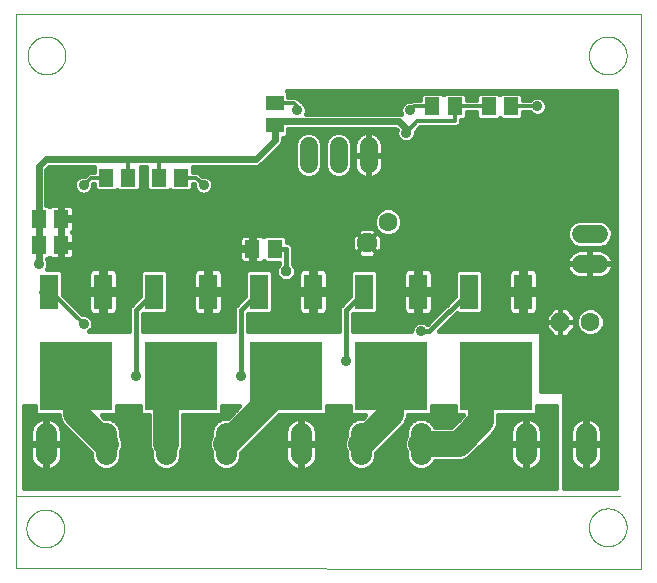
<source format=gbl>
G75*
%MOIN*%
%OFA0B0*%
%FSLAX25Y25*%
%IPPOS*%
%LPD*%
%AMOC8*
5,1,8,0,0,1.08239X$1,22.5*
%
%ADD10C,0.00000*%
%ADD11C,0.01260*%
%ADD12C,0.06300*%
%ADD13R,0.05118X0.05906*%
%ADD14R,0.06299X0.11811*%
%ADD15R,0.24409X0.22835*%
%ADD16R,0.05906X0.05118*%
%ADD17C,0.07050*%
%ADD18OC8,0.06300*%
%ADD19C,0.06000*%
%ADD20C,0.03562*%
%ADD21C,0.01200*%
%ADD22C,0.01600*%
%ADD23C,0.02400*%
%ADD24C,0.08600*%
%ADD25OC8,0.03562*%
D10*
X0052477Y0025103D02*
X0261020Y0024709D01*
X0261020Y0209788D01*
X0052477Y0209788D01*
X0052477Y0025103D01*
X0056060Y0038252D02*
X0056062Y0038410D01*
X0056068Y0038568D01*
X0056078Y0038726D01*
X0056092Y0038884D01*
X0056110Y0039041D01*
X0056131Y0039198D01*
X0056157Y0039354D01*
X0056187Y0039510D01*
X0056220Y0039665D01*
X0056258Y0039818D01*
X0056299Y0039971D01*
X0056344Y0040123D01*
X0056393Y0040274D01*
X0056446Y0040423D01*
X0056502Y0040571D01*
X0056562Y0040717D01*
X0056626Y0040862D01*
X0056694Y0041005D01*
X0056765Y0041147D01*
X0056839Y0041287D01*
X0056917Y0041424D01*
X0056999Y0041560D01*
X0057083Y0041694D01*
X0057172Y0041825D01*
X0057263Y0041954D01*
X0057358Y0042081D01*
X0057455Y0042206D01*
X0057556Y0042328D01*
X0057660Y0042447D01*
X0057767Y0042564D01*
X0057877Y0042678D01*
X0057990Y0042789D01*
X0058105Y0042898D01*
X0058223Y0043003D01*
X0058344Y0043105D01*
X0058467Y0043205D01*
X0058593Y0043301D01*
X0058721Y0043394D01*
X0058851Y0043484D01*
X0058984Y0043570D01*
X0059119Y0043654D01*
X0059255Y0043733D01*
X0059394Y0043810D01*
X0059535Y0043882D01*
X0059677Y0043952D01*
X0059821Y0044017D01*
X0059967Y0044079D01*
X0060114Y0044137D01*
X0060263Y0044192D01*
X0060413Y0044243D01*
X0060564Y0044290D01*
X0060716Y0044333D01*
X0060869Y0044372D01*
X0061024Y0044408D01*
X0061179Y0044439D01*
X0061335Y0044467D01*
X0061491Y0044491D01*
X0061648Y0044511D01*
X0061806Y0044527D01*
X0061963Y0044539D01*
X0062122Y0044547D01*
X0062280Y0044551D01*
X0062438Y0044551D01*
X0062596Y0044547D01*
X0062755Y0044539D01*
X0062912Y0044527D01*
X0063070Y0044511D01*
X0063227Y0044491D01*
X0063383Y0044467D01*
X0063539Y0044439D01*
X0063694Y0044408D01*
X0063849Y0044372D01*
X0064002Y0044333D01*
X0064154Y0044290D01*
X0064305Y0044243D01*
X0064455Y0044192D01*
X0064604Y0044137D01*
X0064751Y0044079D01*
X0064897Y0044017D01*
X0065041Y0043952D01*
X0065183Y0043882D01*
X0065324Y0043810D01*
X0065463Y0043733D01*
X0065599Y0043654D01*
X0065734Y0043570D01*
X0065867Y0043484D01*
X0065997Y0043394D01*
X0066125Y0043301D01*
X0066251Y0043205D01*
X0066374Y0043105D01*
X0066495Y0043003D01*
X0066613Y0042898D01*
X0066728Y0042789D01*
X0066841Y0042678D01*
X0066951Y0042564D01*
X0067058Y0042447D01*
X0067162Y0042328D01*
X0067263Y0042206D01*
X0067360Y0042081D01*
X0067455Y0041954D01*
X0067546Y0041825D01*
X0067635Y0041694D01*
X0067719Y0041560D01*
X0067801Y0041424D01*
X0067879Y0041287D01*
X0067953Y0041147D01*
X0068024Y0041005D01*
X0068092Y0040862D01*
X0068156Y0040717D01*
X0068216Y0040571D01*
X0068272Y0040423D01*
X0068325Y0040274D01*
X0068374Y0040123D01*
X0068419Y0039971D01*
X0068460Y0039818D01*
X0068498Y0039665D01*
X0068531Y0039510D01*
X0068561Y0039354D01*
X0068587Y0039198D01*
X0068608Y0039041D01*
X0068626Y0038884D01*
X0068640Y0038726D01*
X0068650Y0038568D01*
X0068656Y0038410D01*
X0068658Y0038252D01*
X0068656Y0038094D01*
X0068650Y0037936D01*
X0068640Y0037778D01*
X0068626Y0037620D01*
X0068608Y0037463D01*
X0068587Y0037306D01*
X0068561Y0037150D01*
X0068531Y0036994D01*
X0068498Y0036839D01*
X0068460Y0036686D01*
X0068419Y0036533D01*
X0068374Y0036381D01*
X0068325Y0036230D01*
X0068272Y0036081D01*
X0068216Y0035933D01*
X0068156Y0035787D01*
X0068092Y0035642D01*
X0068024Y0035499D01*
X0067953Y0035357D01*
X0067879Y0035217D01*
X0067801Y0035080D01*
X0067719Y0034944D01*
X0067635Y0034810D01*
X0067546Y0034679D01*
X0067455Y0034550D01*
X0067360Y0034423D01*
X0067263Y0034298D01*
X0067162Y0034176D01*
X0067058Y0034057D01*
X0066951Y0033940D01*
X0066841Y0033826D01*
X0066728Y0033715D01*
X0066613Y0033606D01*
X0066495Y0033501D01*
X0066374Y0033399D01*
X0066251Y0033299D01*
X0066125Y0033203D01*
X0065997Y0033110D01*
X0065867Y0033020D01*
X0065734Y0032934D01*
X0065599Y0032850D01*
X0065463Y0032771D01*
X0065324Y0032694D01*
X0065183Y0032622D01*
X0065041Y0032552D01*
X0064897Y0032487D01*
X0064751Y0032425D01*
X0064604Y0032367D01*
X0064455Y0032312D01*
X0064305Y0032261D01*
X0064154Y0032214D01*
X0064002Y0032171D01*
X0063849Y0032132D01*
X0063694Y0032096D01*
X0063539Y0032065D01*
X0063383Y0032037D01*
X0063227Y0032013D01*
X0063070Y0031993D01*
X0062912Y0031977D01*
X0062755Y0031965D01*
X0062596Y0031957D01*
X0062438Y0031953D01*
X0062280Y0031953D01*
X0062122Y0031957D01*
X0061963Y0031965D01*
X0061806Y0031977D01*
X0061648Y0031993D01*
X0061491Y0032013D01*
X0061335Y0032037D01*
X0061179Y0032065D01*
X0061024Y0032096D01*
X0060869Y0032132D01*
X0060716Y0032171D01*
X0060564Y0032214D01*
X0060413Y0032261D01*
X0060263Y0032312D01*
X0060114Y0032367D01*
X0059967Y0032425D01*
X0059821Y0032487D01*
X0059677Y0032552D01*
X0059535Y0032622D01*
X0059394Y0032694D01*
X0059255Y0032771D01*
X0059119Y0032850D01*
X0058984Y0032934D01*
X0058851Y0033020D01*
X0058721Y0033110D01*
X0058593Y0033203D01*
X0058467Y0033299D01*
X0058344Y0033399D01*
X0058223Y0033501D01*
X0058105Y0033606D01*
X0057990Y0033715D01*
X0057877Y0033826D01*
X0057767Y0033940D01*
X0057660Y0034057D01*
X0057556Y0034176D01*
X0057455Y0034298D01*
X0057358Y0034423D01*
X0057263Y0034550D01*
X0057172Y0034679D01*
X0057083Y0034810D01*
X0056999Y0034944D01*
X0056917Y0035080D01*
X0056839Y0035217D01*
X0056765Y0035357D01*
X0056694Y0035499D01*
X0056626Y0035642D01*
X0056562Y0035787D01*
X0056502Y0035933D01*
X0056446Y0036081D01*
X0056393Y0036230D01*
X0056344Y0036381D01*
X0056299Y0036533D01*
X0056258Y0036686D01*
X0056220Y0036839D01*
X0056187Y0036994D01*
X0056157Y0037150D01*
X0056131Y0037306D01*
X0056110Y0037463D01*
X0056092Y0037620D01*
X0056078Y0037778D01*
X0056068Y0037936D01*
X0056062Y0038094D01*
X0056060Y0038252D01*
X0052595Y0048951D02*
X0253796Y0048951D01*
X0243540Y0038646D02*
X0243542Y0038804D01*
X0243548Y0038962D01*
X0243558Y0039120D01*
X0243572Y0039278D01*
X0243590Y0039435D01*
X0243611Y0039592D01*
X0243637Y0039748D01*
X0243667Y0039904D01*
X0243700Y0040059D01*
X0243738Y0040212D01*
X0243779Y0040365D01*
X0243824Y0040517D01*
X0243873Y0040668D01*
X0243926Y0040817D01*
X0243982Y0040965D01*
X0244042Y0041111D01*
X0244106Y0041256D01*
X0244174Y0041399D01*
X0244245Y0041541D01*
X0244319Y0041681D01*
X0244397Y0041818D01*
X0244479Y0041954D01*
X0244563Y0042088D01*
X0244652Y0042219D01*
X0244743Y0042348D01*
X0244838Y0042475D01*
X0244935Y0042600D01*
X0245036Y0042722D01*
X0245140Y0042841D01*
X0245247Y0042958D01*
X0245357Y0043072D01*
X0245470Y0043183D01*
X0245585Y0043292D01*
X0245703Y0043397D01*
X0245824Y0043499D01*
X0245947Y0043599D01*
X0246073Y0043695D01*
X0246201Y0043788D01*
X0246331Y0043878D01*
X0246464Y0043964D01*
X0246599Y0044048D01*
X0246735Y0044127D01*
X0246874Y0044204D01*
X0247015Y0044276D01*
X0247157Y0044346D01*
X0247301Y0044411D01*
X0247447Y0044473D01*
X0247594Y0044531D01*
X0247743Y0044586D01*
X0247893Y0044637D01*
X0248044Y0044684D01*
X0248196Y0044727D01*
X0248349Y0044766D01*
X0248504Y0044802D01*
X0248659Y0044833D01*
X0248815Y0044861D01*
X0248971Y0044885D01*
X0249128Y0044905D01*
X0249286Y0044921D01*
X0249443Y0044933D01*
X0249602Y0044941D01*
X0249760Y0044945D01*
X0249918Y0044945D01*
X0250076Y0044941D01*
X0250235Y0044933D01*
X0250392Y0044921D01*
X0250550Y0044905D01*
X0250707Y0044885D01*
X0250863Y0044861D01*
X0251019Y0044833D01*
X0251174Y0044802D01*
X0251329Y0044766D01*
X0251482Y0044727D01*
X0251634Y0044684D01*
X0251785Y0044637D01*
X0251935Y0044586D01*
X0252084Y0044531D01*
X0252231Y0044473D01*
X0252377Y0044411D01*
X0252521Y0044346D01*
X0252663Y0044276D01*
X0252804Y0044204D01*
X0252943Y0044127D01*
X0253079Y0044048D01*
X0253214Y0043964D01*
X0253347Y0043878D01*
X0253477Y0043788D01*
X0253605Y0043695D01*
X0253731Y0043599D01*
X0253854Y0043499D01*
X0253975Y0043397D01*
X0254093Y0043292D01*
X0254208Y0043183D01*
X0254321Y0043072D01*
X0254431Y0042958D01*
X0254538Y0042841D01*
X0254642Y0042722D01*
X0254743Y0042600D01*
X0254840Y0042475D01*
X0254935Y0042348D01*
X0255026Y0042219D01*
X0255115Y0042088D01*
X0255199Y0041954D01*
X0255281Y0041818D01*
X0255359Y0041681D01*
X0255433Y0041541D01*
X0255504Y0041399D01*
X0255572Y0041256D01*
X0255636Y0041111D01*
X0255696Y0040965D01*
X0255752Y0040817D01*
X0255805Y0040668D01*
X0255854Y0040517D01*
X0255899Y0040365D01*
X0255940Y0040212D01*
X0255978Y0040059D01*
X0256011Y0039904D01*
X0256041Y0039748D01*
X0256067Y0039592D01*
X0256088Y0039435D01*
X0256106Y0039278D01*
X0256120Y0039120D01*
X0256130Y0038962D01*
X0256136Y0038804D01*
X0256138Y0038646D01*
X0256136Y0038488D01*
X0256130Y0038330D01*
X0256120Y0038172D01*
X0256106Y0038014D01*
X0256088Y0037857D01*
X0256067Y0037700D01*
X0256041Y0037544D01*
X0256011Y0037388D01*
X0255978Y0037233D01*
X0255940Y0037080D01*
X0255899Y0036927D01*
X0255854Y0036775D01*
X0255805Y0036624D01*
X0255752Y0036475D01*
X0255696Y0036327D01*
X0255636Y0036181D01*
X0255572Y0036036D01*
X0255504Y0035893D01*
X0255433Y0035751D01*
X0255359Y0035611D01*
X0255281Y0035474D01*
X0255199Y0035338D01*
X0255115Y0035204D01*
X0255026Y0035073D01*
X0254935Y0034944D01*
X0254840Y0034817D01*
X0254743Y0034692D01*
X0254642Y0034570D01*
X0254538Y0034451D01*
X0254431Y0034334D01*
X0254321Y0034220D01*
X0254208Y0034109D01*
X0254093Y0034000D01*
X0253975Y0033895D01*
X0253854Y0033793D01*
X0253731Y0033693D01*
X0253605Y0033597D01*
X0253477Y0033504D01*
X0253347Y0033414D01*
X0253214Y0033328D01*
X0253079Y0033244D01*
X0252943Y0033165D01*
X0252804Y0033088D01*
X0252663Y0033016D01*
X0252521Y0032946D01*
X0252377Y0032881D01*
X0252231Y0032819D01*
X0252084Y0032761D01*
X0251935Y0032706D01*
X0251785Y0032655D01*
X0251634Y0032608D01*
X0251482Y0032565D01*
X0251329Y0032526D01*
X0251174Y0032490D01*
X0251019Y0032459D01*
X0250863Y0032431D01*
X0250707Y0032407D01*
X0250550Y0032387D01*
X0250392Y0032371D01*
X0250235Y0032359D01*
X0250076Y0032351D01*
X0249918Y0032347D01*
X0249760Y0032347D01*
X0249602Y0032351D01*
X0249443Y0032359D01*
X0249286Y0032371D01*
X0249128Y0032387D01*
X0248971Y0032407D01*
X0248815Y0032431D01*
X0248659Y0032459D01*
X0248504Y0032490D01*
X0248349Y0032526D01*
X0248196Y0032565D01*
X0248044Y0032608D01*
X0247893Y0032655D01*
X0247743Y0032706D01*
X0247594Y0032761D01*
X0247447Y0032819D01*
X0247301Y0032881D01*
X0247157Y0032946D01*
X0247015Y0033016D01*
X0246874Y0033088D01*
X0246735Y0033165D01*
X0246599Y0033244D01*
X0246464Y0033328D01*
X0246331Y0033414D01*
X0246201Y0033504D01*
X0246073Y0033597D01*
X0245947Y0033693D01*
X0245824Y0033793D01*
X0245703Y0033895D01*
X0245585Y0034000D01*
X0245470Y0034109D01*
X0245357Y0034220D01*
X0245247Y0034334D01*
X0245140Y0034451D01*
X0245036Y0034570D01*
X0244935Y0034692D01*
X0244838Y0034817D01*
X0244743Y0034944D01*
X0244652Y0035073D01*
X0244563Y0035204D01*
X0244479Y0035338D01*
X0244397Y0035474D01*
X0244319Y0035611D01*
X0244245Y0035751D01*
X0244174Y0035893D01*
X0244106Y0036036D01*
X0244042Y0036181D01*
X0243982Y0036327D01*
X0243926Y0036475D01*
X0243873Y0036624D01*
X0243824Y0036775D01*
X0243779Y0036927D01*
X0243738Y0037080D01*
X0243700Y0037233D01*
X0243667Y0037388D01*
X0243637Y0037544D01*
X0243611Y0037700D01*
X0243590Y0037857D01*
X0243572Y0038014D01*
X0243558Y0038172D01*
X0243548Y0038330D01*
X0243542Y0038488D01*
X0243540Y0038646D01*
X0243540Y0195929D02*
X0243542Y0196087D01*
X0243548Y0196245D01*
X0243558Y0196403D01*
X0243572Y0196561D01*
X0243590Y0196718D01*
X0243611Y0196875D01*
X0243637Y0197031D01*
X0243667Y0197187D01*
X0243700Y0197342D01*
X0243738Y0197495D01*
X0243779Y0197648D01*
X0243824Y0197800D01*
X0243873Y0197951D01*
X0243926Y0198100D01*
X0243982Y0198248D01*
X0244042Y0198394D01*
X0244106Y0198539D01*
X0244174Y0198682D01*
X0244245Y0198824D01*
X0244319Y0198964D01*
X0244397Y0199101D01*
X0244479Y0199237D01*
X0244563Y0199371D01*
X0244652Y0199502D01*
X0244743Y0199631D01*
X0244838Y0199758D01*
X0244935Y0199883D01*
X0245036Y0200005D01*
X0245140Y0200124D01*
X0245247Y0200241D01*
X0245357Y0200355D01*
X0245470Y0200466D01*
X0245585Y0200575D01*
X0245703Y0200680D01*
X0245824Y0200782D01*
X0245947Y0200882D01*
X0246073Y0200978D01*
X0246201Y0201071D01*
X0246331Y0201161D01*
X0246464Y0201247D01*
X0246599Y0201331D01*
X0246735Y0201410D01*
X0246874Y0201487D01*
X0247015Y0201559D01*
X0247157Y0201629D01*
X0247301Y0201694D01*
X0247447Y0201756D01*
X0247594Y0201814D01*
X0247743Y0201869D01*
X0247893Y0201920D01*
X0248044Y0201967D01*
X0248196Y0202010D01*
X0248349Y0202049D01*
X0248504Y0202085D01*
X0248659Y0202116D01*
X0248815Y0202144D01*
X0248971Y0202168D01*
X0249128Y0202188D01*
X0249286Y0202204D01*
X0249443Y0202216D01*
X0249602Y0202224D01*
X0249760Y0202228D01*
X0249918Y0202228D01*
X0250076Y0202224D01*
X0250235Y0202216D01*
X0250392Y0202204D01*
X0250550Y0202188D01*
X0250707Y0202168D01*
X0250863Y0202144D01*
X0251019Y0202116D01*
X0251174Y0202085D01*
X0251329Y0202049D01*
X0251482Y0202010D01*
X0251634Y0201967D01*
X0251785Y0201920D01*
X0251935Y0201869D01*
X0252084Y0201814D01*
X0252231Y0201756D01*
X0252377Y0201694D01*
X0252521Y0201629D01*
X0252663Y0201559D01*
X0252804Y0201487D01*
X0252943Y0201410D01*
X0253079Y0201331D01*
X0253214Y0201247D01*
X0253347Y0201161D01*
X0253477Y0201071D01*
X0253605Y0200978D01*
X0253731Y0200882D01*
X0253854Y0200782D01*
X0253975Y0200680D01*
X0254093Y0200575D01*
X0254208Y0200466D01*
X0254321Y0200355D01*
X0254431Y0200241D01*
X0254538Y0200124D01*
X0254642Y0200005D01*
X0254743Y0199883D01*
X0254840Y0199758D01*
X0254935Y0199631D01*
X0255026Y0199502D01*
X0255115Y0199371D01*
X0255199Y0199237D01*
X0255281Y0199101D01*
X0255359Y0198964D01*
X0255433Y0198824D01*
X0255504Y0198682D01*
X0255572Y0198539D01*
X0255636Y0198394D01*
X0255696Y0198248D01*
X0255752Y0198100D01*
X0255805Y0197951D01*
X0255854Y0197800D01*
X0255899Y0197648D01*
X0255940Y0197495D01*
X0255978Y0197342D01*
X0256011Y0197187D01*
X0256041Y0197031D01*
X0256067Y0196875D01*
X0256088Y0196718D01*
X0256106Y0196561D01*
X0256120Y0196403D01*
X0256130Y0196245D01*
X0256136Y0196087D01*
X0256138Y0195929D01*
X0256136Y0195771D01*
X0256130Y0195613D01*
X0256120Y0195455D01*
X0256106Y0195297D01*
X0256088Y0195140D01*
X0256067Y0194983D01*
X0256041Y0194827D01*
X0256011Y0194671D01*
X0255978Y0194516D01*
X0255940Y0194363D01*
X0255899Y0194210D01*
X0255854Y0194058D01*
X0255805Y0193907D01*
X0255752Y0193758D01*
X0255696Y0193610D01*
X0255636Y0193464D01*
X0255572Y0193319D01*
X0255504Y0193176D01*
X0255433Y0193034D01*
X0255359Y0192894D01*
X0255281Y0192757D01*
X0255199Y0192621D01*
X0255115Y0192487D01*
X0255026Y0192356D01*
X0254935Y0192227D01*
X0254840Y0192100D01*
X0254743Y0191975D01*
X0254642Y0191853D01*
X0254538Y0191734D01*
X0254431Y0191617D01*
X0254321Y0191503D01*
X0254208Y0191392D01*
X0254093Y0191283D01*
X0253975Y0191178D01*
X0253854Y0191076D01*
X0253731Y0190976D01*
X0253605Y0190880D01*
X0253477Y0190787D01*
X0253347Y0190697D01*
X0253214Y0190611D01*
X0253079Y0190527D01*
X0252943Y0190448D01*
X0252804Y0190371D01*
X0252663Y0190299D01*
X0252521Y0190229D01*
X0252377Y0190164D01*
X0252231Y0190102D01*
X0252084Y0190044D01*
X0251935Y0189989D01*
X0251785Y0189938D01*
X0251634Y0189891D01*
X0251482Y0189848D01*
X0251329Y0189809D01*
X0251174Y0189773D01*
X0251019Y0189742D01*
X0250863Y0189714D01*
X0250707Y0189690D01*
X0250550Y0189670D01*
X0250392Y0189654D01*
X0250235Y0189642D01*
X0250076Y0189634D01*
X0249918Y0189630D01*
X0249760Y0189630D01*
X0249602Y0189634D01*
X0249443Y0189642D01*
X0249286Y0189654D01*
X0249128Y0189670D01*
X0248971Y0189690D01*
X0248815Y0189714D01*
X0248659Y0189742D01*
X0248504Y0189773D01*
X0248349Y0189809D01*
X0248196Y0189848D01*
X0248044Y0189891D01*
X0247893Y0189938D01*
X0247743Y0189989D01*
X0247594Y0190044D01*
X0247447Y0190102D01*
X0247301Y0190164D01*
X0247157Y0190229D01*
X0247015Y0190299D01*
X0246874Y0190371D01*
X0246735Y0190448D01*
X0246599Y0190527D01*
X0246464Y0190611D01*
X0246331Y0190697D01*
X0246201Y0190787D01*
X0246073Y0190880D01*
X0245947Y0190976D01*
X0245824Y0191076D01*
X0245703Y0191178D01*
X0245585Y0191283D01*
X0245470Y0191392D01*
X0245357Y0191503D01*
X0245247Y0191617D01*
X0245140Y0191734D01*
X0245036Y0191853D01*
X0244935Y0191975D01*
X0244838Y0192100D01*
X0244743Y0192227D01*
X0244652Y0192356D01*
X0244563Y0192487D01*
X0244479Y0192621D01*
X0244397Y0192757D01*
X0244319Y0192894D01*
X0244245Y0193034D01*
X0244174Y0193176D01*
X0244106Y0193319D01*
X0244042Y0193464D01*
X0243982Y0193610D01*
X0243926Y0193758D01*
X0243873Y0193907D01*
X0243824Y0194058D01*
X0243779Y0194210D01*
X0243738Y0194363D01*
X0243700Y0194516D01*
X0243667Y0194671D01*
X0243637Y0194827D01*
X0243611Y0194983D01*
X0243590Y0195140D01*
X0243572Y0195297D01*
X0243558Y0195455D01*
X0243548Y0195613D01*
X0243542Y0195771D01*
X0243540Y0195929D01*
X0056454Y0195929D02*
X0056456Y0196087D01*
X0056462Y0196245D01*
X0056472Y0196403D01*
X0056486Y0196561D01*
X0056504Y0196718D01*
X0056525Y0196875D01*
X0056551Y0197031D01*
X0056581Y0197187D01*
X0056614Y0197342D01*
X0056652Y0197495D01*
X0056693Y0197648D01*
X0056738Y0197800D01*
X0056787Y0197951D01*
X0056840Y0198100D01*
X0056896Y0198248D01*
X0056956Y0198394D01*
X0057020Y0198539D01*
X0057088Y0198682D01*
X0057159Y0198824D01*
X0057233Y0198964D01*
X0057311Y0199101D01*
X0057393Y0199237D01*
X0057477Y0199371D01*
X0057566Y0199502D01*
X0057657Y0199631D01*
X0057752Y0199758D01*
X0057849Y0199883D01*
X0057950Y0200005D01*
X0058054Y0200124D01*
X0058161Y0200241D01*
X0058271Y0200355D01*
X0058384Y0200466D01*
X0058499Y0200575D01*
X0058617Y0200680D01*
X0058738Y0200782D01*
X0058861Y0200882D01*
X0058987Y0200978D01*
X0059115Y0201071D01*
X0059245Y0201161D01*
X0059378Y0201247D01*
X0059513Y0201331D01*
X0059649Y0201410D01*
X0059788Y0201487D01*
X0059929Y0201559D01*
X0060071Y0201629D01*
X0060215Y0201694D01*
X0060361Y0201756D01*
X0060508Y0201814D01*
X0060657Y0201869D01*
X0060807Y0201920D01*
X0060958Y0201967D01*
X0061110Y0202010D01*
X0061263Y0202049D01*
X0061418Y0202085D01*
X0061573Y0202116D01*
X0061729Y0202144D01*
X0061885Y0202168D01*
X0062042Y0202188D01*
X0062200Y0202204D01*
X0062357Y0202216D01*
X0062516Y0202224D01*
X0062674Y0202228D01*
X0062832Y0202228D01*
X0062990Y0202224D01*
X0063149Y0202216D01*
X0063306Y0202204D01*
X0063464Y0202188D01*
X0063621Y0202168D01*
X0063777Y0202144D01*
X0063933Y0202116D01*
X0064088Y0202085D01*
X0064243Y0202049D01*
X0064396Y0202010D01*
X0064548Y0201967D01*
X0064699Y0201920D01*
X0064849Y0201869D01*
X0064998Y0201814D01*
X0065145Y0201756D01*
X0065291Y0201694D01*
X0065435Y0201629D01*
X0065577Y0201559D01*
X0065718Y0201487D01*
X0065857Y0201410D01*
X0065993Y0201331D01*
X0066128Y0201247D01*
X0066261Y0201161D01*
X0066391Y0201071D01*
X0066519Y0200978D01*
X0066645Y0200882D01*
X0066768Y0200782D01*
X0066889Y0200680D01*
X0067007Y0200575D01*
X0067122Y0200466D01*
X0067235Y0200355D01*
X0067345Y0200241D01*
X0067452Y0200124D01*
X0067556Y0200005D01*
X0067657Y0199883D01*
X0067754Y0199758D01*
X0067849Y0199631D01*
X0067940Y0199502D01*
X0068029Y0199371D01*
X0068113Y0199237D01*
X0068195Y0199101D01*
X0068273Y0198964D01*
X0068347Y0198824D01*
X0068418Y0198682D01*
X0068486Y0198539D01*
X0068550Y0198394D01*
X0068610Y0198248D01*
X0068666Y0198100D01*
X0068719Y0197951D01*
X0068768Y0197800D01*
X0068813Y0197648D01*
X0068854Y0197495D01*
X0068892Y0197342D01*
X0068925Y0197187D01*
X0068955Y0197031D01*
X0068981Y0196875D01*
X0069002Y0196718D01*
X0069020Y0196561D01*
X0069034Y0196403D01*
X0069044Y0196245D01*
X0069050Y0196087D01*
X0069052Y0195929D01*
X0069050Y0195771D01*
X0069044Y0195613D01*
X0069034Y0195455D01*
X0069020Y0195297D01*
X0069002Y0195140D01*
X0068981Y0194983D01*
X0068955Y0194827D01*
X0068925Y0194671D01*
X0068892Y0194516D01*
X0068854Y0194363D01*
X0068813Y0194210D01*
X0068768Y0194058D01*
X0068719Y0193907D01*
X0068666Y0193758D01*
X0068610Y0193610D01*
X0068550Y0193464D01*
X0068486Y0193319D01*
X0068418Y0193176D01*
X0068347Y0193034D01*
X0068273Y0192894D01*
X0068195Y0192757D01*
X0068113Y0192621D01*
X0068029Y0192487D01*
X0067940Y0192356D01*
X0067849Y0192227D01*
X0067754Y0192100D01*
X0067657Y0191975D01*
X0067556Y0191853D01*
X0067452Y0191734D01*
X0067345Y0191617D01*
X0067235Y0191503D01*
X0067122Y0191392D01*
X0067007Y0191283D01*
X0066889Y0191178D01*
X0066768Y0191076D01*
X0066645Y0190976D01*
X0066519Y0190880D01*
X0066391Y0190787D01*
X0066261Y0190697D01*
X0066128Y0190611D01*
X0065993Y0190527D01*
X0065857Y0190448D01*
X0065718Y0190371D01*
X0065577Y0190299D01*
X0065435Y0190229D01*
X0065291Y0190164D01*
X0065145Y0190102D01*
X0064998Y0190044D01*
X0064849Y0189989D01*
X0064699Y0189938D01*
X0064548Y0189891D01*
X0064396Y0189848D01*
X0064243Y0189809D01*
X0064088Y0189773D01*
X0063933Y0189742D01*
X0063777Y0189714D01*
X0063621Y0189690D01*
X0063464Y0189670D01*
X0063306Y0189654D01*
X0063149Y0189642D01*
X0062990Y0189634D01*
X0062832Y0189630D01*
X0062674Y0189630D01*
X0062516Y0189634D01*
X0062357Y0189642D01*
X0062200Y0189654D01*
X0062042Y0189670D01*
X0061885Y0189690D01*
X0061729Y0189714D01*
X0061573Y0189742D01*
X0061418Y0189773D01*
X0061263Y0189809D01*
X0061110Y0189848D01*
X0060958Y0189891D01*
X0060807Y0189938D01*
X0060657Y0189989D01*
X0060508Y0190044D01*
X0060361Y0190102D01*
X0060215Y0190164D01*
X0060071Y0190229D01*
X0059929Y0190299D01*
X0059788Y0190371D01*
X0059649Y0190448D01*
X0059513Y0190527D01*
X0059378Y0190611D01*
X0059245Y0190697D01*
X0059115Y0190787D01*
X0058987Y0190880D01*
X0058861Y0190976D01*
X0058738Y0191076D01*
X0058617Y0191178D01*
X0058499Y0191283D01*
X0058384Y0191392D01*
X0058271Y0191503D01*
X0058161Y0191617D01*
X0058054Y0191734D01*
X0057950Y0191853D01*
X0057849Y0191975D01*
X0057752Y0192100D01*
X0057657Y0192227D01*
X0057566Y0192356D01*
X0057477Y0192487D01*
X0057393Y0192621D01*
X0057311Y0192757D01*
X0057233Y0192894D01*
X0057159Y0193034D01*
X0057088Y0193176D01*
X0057020Y0193319D01*
X0056956Y0193464D01*
X0056896Y0193610D01*
X0056840Y0193758D01*
X0056787Y0193907D01*
X0056738Y0194058D01*
X0056693Y0194210D01*
X0056652Y0194363D01*
X0056614Y0194516D01*
X0056581Y0194671D01*
X0056551Y0194827D01*
X0056525Y0194983D01*
X0056504Y0195140D01*
X0056486Y0195297D01*
X0056472Y0195455D01*
X0056462Y0195613D01*
X0056456Y0195771D01*
X0056454Y0195929D01*
D11*
X0167688Y0133019D02*
X0167058Y0132389D01*
X0167058Y0134477D01*
X0168533Y0135952D01*
X0170621Y0135952D01*
X0172096Y0134477D01*
X0172096Y0132389D01*
X0170621Y0130914D01*
X0168533Y0130914D01*
X0167058Y0132389D01*
X0168003Y0132781D01*
X0168003Y0134085D01*
X0168925Y0135007D01*
X0170229Y0135007D01*
X0171151Y0134085D01*
X0171151Y0132781D01*
X0170229Y0131859D01*
X0168925Y0131859D01*
X0168003Y0132781D01*
X0168948Y0133172D01*
X0168948Y0133694D01*
X0169316Y0134062D01*
X0169838Y0134062D01*
X0170206Y0133694D01*
X0170206Y0133172D01*
X0169838Y0132804D01*
X0169316Y0132804D01*
X0168948Y0133172D01*
D12*
X0176648Y0140504D03*
X0244060Y0107183D03*
D13*
X0217585Y0178951D03*
X0210105Y0178951D03*
X0198835Y0178951D03*
X0191355Y0178951D03*
X0138835Y0131451D03*
X0131355Y0131451D03*
X0107585Y0155201D03*
X0100105Y0155201D03*
X0090085Y0155201D03*
X0082605Y0155201D03*
X0067585Y0141451D03*
X0060105Y0141451D03*
X0060105Y0132701D03*
X0067585Y0132701D03*
D14*
X0063595Y0117219D03*
X0081595Y0117219D03*
X0098595Y0117219D03*
X0116595Y0117219D03*
X0133595Y0117219D03*
X0151595Y0117219D03*
X0168595Y0117219D03*
X0186595Y0117219D03*
X0203595Y0117219D03*
X0221595Y0117219D03*
D15*
X0212595Y0088951D03*
X0177595Y0088951D03*
X0142595Y0088951D03*
X0107595Y0088951D03*
X0072595Y0088951D03*
D16*
X0138845Y0172711D03*
X0138845Y0180191D03*
D17*
X0147595Y0069976D02*
X0147595Y0062926D01*
X0167595Y0062926D02*
X0167595Y0069976D01*
X0187595Y0069976D02*
X0187595Y0062926D01*
X0222595Y0062926D02*
X0222595Y0069976D01*
X0242595Y0069976D02*
X0242595Y0062926D01*
X0122595Y0062926D02*
X0122595Y0069976D01*
X0102595Y0069976D02*
X0102595Y0062926D01*
X0082595Y0062926D02*
X0082595Y0069976D01*
X0062595Y0069976D02*
X0062595Y0062926D01*
D18*
X0234060Y0107183D03*
D19*
X0240845Y0126451D02*
X0246845Y0126451D01*
X0246845Y0136451D02*
X0240845Y0136451D01*
X0170095Y0159701D02*
X0170095Y0165701D01*
X0160095Y0165701D02*
X0160095Y0159701D01*
X0150095Y0159701D02*
X0150095Y0165701D01*
D20*
X0146345Y0177701D03*
X0156345Y0178951D03*
X0182595Y0170201D03*
X0183845Y0177701D03*
X0226345Y0178951D03*
X0226345Y0168951D03*
X0187595Y0103951D03*
X0162595Y0093951D03*
X0127595Y0088951D03*
X0122595Y0106451D03*
X0092595Y0088951D03*
X0075095Y0106451D03*
X0060095Y0126451D03*
X0075095Y0152701D03*
X0115095Y0152701D03*
D21*
X0112595Y0155201D01*
X0107585Y0155201D01*
X0100105Y0155201D02*
X0100105Y0161441D01*
X0100095Y0161451D01*
X0090095Y0161451D02*
X0090085Y0161441D01*
X0090085Y0155201D01*
X0082605Y0155201D02*
X0077595Y0155201D01*
X0075095Y0152701D01*
X0064327Y0117219D02*
X0075095Y0106451D01*
X0064327Y0117219D02*
X0063595Y0117219D01*
X0137595Y0173951D02*
X0138845Y0172711D01*
X0146345Y0177701D02*
X0146345Y0178951D01*
X0145105Y0180191D01*
X0138845Y0180191D01*
X0182595Y0170201D02*
X0186345Y0173951D01*
X0198845Y0173951D01*
X0198845Y0178941D01*
X0198835Y0178951D01*
X0210105Y0178951D01*
X0217585Y0178951D02*
X0226345Y0178951D01*
X0191355Y0178951D02*
X0185095Y0178951D01*
X0183845Y0177701D01*
X0190085Y0177691D02*
X0191355Y0178951D01*
D22*
X0187196Y0180951D02*
X0184267Y0180951D01*
X0184198Y0180882D01*
X0183212Y0180882D01*
X0182043Y0180398D01*
X0181148Y0179503D01*
X0180664Y0178334D01*
X0180664Y0177068D01*
X0180933Y0176418D01*
X0180612Y0176551D01*
X0149312Y0176551D01*
X0149526Y0177068D01*
X0149526Y0178334D01*
X0149042Y0179503D01*
X0148147Y0180398D01*
X0147430Y0180695D01*
X0147174Y0180951D01*
X0145933Y0182191D01*
X0143398Y0182191D01*
X0143398Y0183413D01*
X0142860Y0183951D01*
X0252595Y0183951D01*
X0252595Y0051751D01*
X0235095Y0051751D01*
X0235095Y0083951D01*
X0227595Y0083951D01*
X0227595Y0103951D01*
X0193439Y0103951D01*
X0199492Y0110004D01*
X0199783Y0109713D01*
X0207407Y0109713D01*
X0208345Y0110650D01*
X0208345Y0123787D01*
X0207407Y0124724D01*
X0199783Y0124724D01*
X0198846Y0123787D01*
X0198846Y0115580D01*
X0189655Y0106390D01*
X0189397Y0106648D01*
X0188228Y0107132D01*
X0186962Y0107132D01*
X0185793Y0106648D01*
X0184898Y0105753D01*
X0184414Y0104584D01*
X0184414Y0103951D01*
X0164795Y0103951D01*
X0164795Y0109713D01*
X0172407Y0109713D01*
X0173345Y0110650D01*
X0173345Y0123787D01*
X0172407Y0124724D01*
X0164783Y0124724D01*
X0163846Y0123787D01*
X0163846Y0115580D01*
X0161684Y0113419D01*
X0160395Y0112130D01*
X0160395Y0103951D01*
X0129795Y0103951D01*
X0129795Y0109713D01*
X0137407Y0109713D01*
X0138345Y0110650D01*
X0138345Y0123787D01*
X0137407Y0124724D01*
X0129783Y0124724D01*
X0128846Y0123787D01*
X0128846Y0115580D01*
X0125395Y0112130D01*
X0125395Y0103951D01*
X0094795Y0103951D01*
X0094795Y0109713D01*
X0102407Y0109713D01*
X0103345Y0110650D01*
X0103345Y0123787D01*
X0102407Y0124724D01*
X0094783Y0124724D01*
X0093846Y0123787D01*
X0093846Y0115580D01*
X0091684Y0113419D01*
X0090395Y0112130D01*
X0090395Y0103951D01*
X0077094Y0103951D01*
X0077792Y0104649D01*
X0078276Y0105818D01*
X0078276Y0107084D01*
X0077792Y0108253D01*
X0076897Y0109148D01*
X0075728Y0109632D01*
X0074742Y0109632D01*
X0068345Y0116030D01*
X0068345Y0123787D01*
X0067407Y0124724D01*
X0062823Y0124724D01*
X0063276Y0125818D01*
X0063276Y0127084D01*
X0062835Y0128148D01*
X0063327Y0128148D01*
X0063704Y0128525D01*
X0063921Y0128308D01*
X0064331Y0128071D01*
X0064789Y0127948D01*
X0067106Y0127948D01*
X0067106Y0132221D01*
X0068065Y0132221D01*
X0068065Y0127948D01*
X0070381Y0127948D01*
X0070839Y0128071D01*
X0071250Y0128308D01*
X0071585Y0128643D01*
X0071822Y0129053D01*
X0071944Y0129511D01*
X0071944Y0132221D01*
X0068065Y0132221D01*
X0068065Y0133181D01*
X0067106Y0133181D01*
X0067106Y0137454D01*
X0067106Y0140971D01*
X0068065Y0140971D01*
X0068065Y0133181D01*
X0071944Y0133181D01*
X0071944Y0135891D01*
X0071822Y0136349D01*
X0071585Y0136759D01*
X0071268Y0137076D01*
X0071585Y0137393D01*
X0071822Y0137803D01*
X0071944Y0138261D01*
X0071944Y0140971D01*
X0068065Y0140971D01*
X0068065Y0141931D01*
X0067106Y0141931D01*
X0067106Y0146204D01*
X0064789Y0146204D01*
X0064331Y0146081D01*
X0063921Y0145844D01*
X0063704Y0145627D01*
X0063327Y0146004D01*
X0062705Y0146004D01*
X0062705Y0157884D01*
X0063672Y0158851D01*
X0078480Y0158851D01*
X0078446Y0158816D01*
X0078446Y0157201D01*
X0076767Y0157201D01*
X0075448Y0155882D01*
X0074462Y0155882D01*
X0073293Y0155398D01*
X0072398Y0154503D01*
X0071914Y0153334D01*
X0071914Y0152068D01*
X0072398Y0150899D01*
X0073293Y0150004D01*
X0074462Y0149520D01*
X0075728Y0149520D01*
X0076897Y0150004D01*
X0077792Y0150899D01*
X0078276Y0152068D01*
X0078276Y0153054D01*
X0078424Y0153201D01*
X0078446Y0153201D01*
X0078446Y0151586D01*
X0079383Y0150648D01*
X0085827Y0150648D01*
X0086345Y0151167D01*
X0086863Y0150648D01*
X0093307Y0150648D01*
X0094244Y0151586D01*
X0094244Y0158816D01*
X0094210Y0158851D01*
X0095980Y0158851D01*
X0095946Y0158816D01*
X0095946Y0151586D01*
X0096883Y0150648D01*
X0103327Y0150648D01*
X0103845Y0151167D01*
X0104363Y0150648D01*
X0110807Y0150648D01*
X0111744Y0151586D01*
X0111744Y0153201D01*
X0111767Y0153201D01*
X0111914Y0153054D01*
X0111914Y0152068D01*
X0112398Y0150899D01*
X0113293Y0150004D01*
X0114462Y0149520D01*
X0115728Y0149520D01*
X0116897Y0150004D01*
X0117792Y0150899D01*
X0118276Y0152068D01*
X0118276Y0153334D01*
X0117792Y0154503D01*
X0116897Y0155398D01*
X0115728Y0155882D01*
X0114742Y0155882D01*
X0113424Y0157201D01*
X0111744Y0157201D01*
X0111744Y0158816D01*
X0111710Y0158851D01*
X0133112Y0158851D01*
X0134068Y0159247D01*
X0134799Y0159978D01*
X0140318Y0165497D01*
X0141049Y0166228D01*
X0141445Y0167184D01*
X0141445Y0168552D01*
X0142461Y0168552D01*
X0143398Y0169489D01*
X0143398Y0171351D01*
X0179018Y0171351D01*
X0179450Y0170920D01*
X0179414Y0170834D01*
X0179414Y0169568D01*
X0179898Y0168399D01*
X0180793Y0167504D01*
X0181962Y0167020D01*
X0183228Y0167020D01*
X0184397Y0167504D01*
X0185292Y0168399D01*
X0185776Y0169568D01*
X0185776Y0170554D01*
X0187174Y0171951D01*
X0199674Y0171951D01*
X0200845Y0173123D01*
X0200845Y0174398D01*
X0202057Y0174398D01*
X0202994Y0175336D01*
X0202994Y0176951D01*
X0205946Y0176951D01*
X0205946Y0175336D01*
X0206883Y0174398D01*
X0213327Y0174398D01*
X0213845Y0174917D01*
X0214363Y0174398D01*
X0220807Y0174398D01*
X0221744Y0175336D01*
X0221744Y0176951D01*
X0223846Y0176951D01*
X0224543Y0176254D01*
X0225712Y0175770D01*
X0226978Y0175770D01*
X0228147Y0176254D01*
X0229042Y0177149D01*
X0229526Y0178318D01*
X0229526Y0179584D01*
X0229042Y0180753D01*
X0228147Y0181648D01*
X0226978Y0182132D01*
X0225712Y0182132D01*
X0224543Y0181648D01*
X0223846Y0180951D01*
X0221744Y0180951D01*
X0221744Y0182566D01*
X0220807Y0183504D01*
X0214363Y0183504D01*
X0213845Y0182985D01*
X0213327Y0183504D01*
X0206883Y0183504D01*
X0205946Y0182566D01*
X0205946Y0180951D01*
X0202994Y0180951D01*
X0202994Y0182566D01*
X0202057Y0183504D01*
X0195613Y0183504D01*
X0195095Y0182985D01*
X0194577Y0183504D01*
X0188133Y0183504D01*
X0187196Y0182566D01*
X0187196Y0180951D01*
X0187196Y0181627D02*
X0146497Y0181627D01*
X0148516Y0180029D02*
X0181674Y0180029D01*
X0180704Y0178430D02*
X0149486Y0178430D01*
X0149428Y0176832D02*
X0180762Y0176832D01*
X0179414Y0170438D02*
X0170871Y0170438D01*
X0171219Y0170383D02*
X0170473Y0170501D01*
X0170295Y0170501D01*
X0170295Y0162901D01*
X0169895Y0162901D01*
X0169895Y0162501D01*
X0165295Y0162501D01*
X0165295Y0159323D01*
X0165413Y0158577D01*
X0165647Y0157858D01*
X0165990Y0157185D01*
X0166434Y0156574D01*
X0166968Y0156040D01*
X0167579Y0155596D01*
X0168253Y0155253D01*
X0168971Y0155019D01*
X0169717Y0154901D01*
X0169895Y0154901D01*
X0169895Y0162501D01*
X0170295Y0162501D01*
X0170295Y0154901D01*
X0170473Y0154901D01*
X0171219Y0155019D01*
X0171938Y0155253D01*
X0172611Y0155596D01*
X0173222Y0156040D01*
X0173756Y0156574D01*
X0174200Y0157185D01*
X0174543Y0157858D01*
X0174777Y0158577D01*
X0174895Y0159323D01*
X0174895Y0162501D01*
X0170295Y0162501D01*
X0170295Y0162901D01*
X0174895Y0162901D01*
X0174895Y0166079D01*
X0174777Y0166825D01*
X0174543Y0167544D01*
X0174200Y0168217D01*
X0173756Y0168828D01*
X0173222Y0169362D01*
X0172611Y0169806D01*
X0171938Y0170149D01*
X0171219Y0170383D01*
X0170295Y0170438D02*
X0169895Y0170438D01*
X0169895Y0170501D02*
X0169717Y0170501D01*
X0168971Y0170383D01*
X0168253Y0170149D01*
X0167579Y0169806D01*
X0166968Y0169362D01*
X0166434Y0168828D01*
X0165990Y0168217D01*
X0165647Y0167544D01*
X0165413Y0166825D01*
X0165295Y0166079D01*
X0165295Y0162901D01*
X0169895Y0162901D01*
X0169895Y0170501D01*
X0169319Y0170438D02*
X0143398Y0170438D01*
X0142748Y0168839D02*
X0146728Y0168839D01*
X0146195Y0168307D02*
X0145495Y0166616D01*
X0145495Y0158786D01*
X0146195Y0157095D01*
X0147489Y0155801D01*
X0149180Y0155101D01*
X0151010Y0155101D01*
X0152701Y0155801D01*
X0153995Y0157095D01*
X0154695Y0158786D01*
X0154695Y0166616D01*
X0153995Y0168307D01*
X0152701Y0169601D01*
X0151010Y0170301D01*
X0149180Y0170301D01*
X0147489Y0169601D01*
X0146195Y0168307D01*
X0145754Y0167241D02*
X0141445Y0167241D01*
X0140463Y0165642D02*
X0145495Y0165642D01*
X0145495Y0164044D02*
X0138865Y0164044D01*
X0137266Y0162445D02*
X0145495Y0162445D01*
X0145495Y0160847D02*
X0135668Y0160847D01*
X0134799Y0159978D02*
X0134799Y0159978D01*
X0134069Y0159248D02*
X0145495Y0159248D01*
X0145966Y0157650D02*
X0111744Y0157650D01*
X0114573Y0156051D02*
X0147239Y0156051D01*
X0152951Y0156051D02*
X0157239Y0156051D01*
X0157489Y0155801D02*
X0156195Y0157095D01*
X0155495Y0158786D01*
X0155495Y0166616D01*
X0156195Y0168307D01*
X0157489Y0169601D01*
X0159180Y0170301D01*
X0161010Y0170301D01*
X0162701Y0169601D01*
X0163995Y0168307D01*
X0164695Y0166616D01*
X0164695Y0158786D01*
X0163995Y0157095D01*
X0162701Y0155801D01*
X0161010Y0155101D01*
X0159180Y0155101D01*
X0157489Y0155801D01*
X0155966Y0157650D02*
X0154224Y0157650D01*
X0154695Y0159248D02*
X0155495Y0159248D01*
X0155495Y0160847D02*
X0154695Y0160847D01*
X0154695Y0162445D02*
X0155495Y0162445D01*
X0155495Y0164044D02*
X0154695Y0164044D01*
X0154695Y0165642D02*
X0155495Y0165642D01*
X0155754Y0167241D02*
X0154436Y0167241D01*
X0153462Y0168839D02*
X0156728Y0168839D01*
X0163462Y0168839D02*
X0166445Y0168839D01*
X0165548Y0167241D02*
X0164436Y0167241D01*
X0164695Y0165642D02*
X0165295Y0165642D01*
X0165295Y0164044D02*
X0164695Y0164044D01*
X0164695Y0162445D02*
X0165295Y0162445D01*
X0165295Y0160847D02*
X0164695Y0160847D01*
X0164695Y0159248D02*
X0165307Y0159248D01*
X0165753Y0157650D02*
X0164224Y0157650D01*
X0162951Y0156051D02*
X0166957Y0156051D01*
X0169895Y0156051D02*
X0170295Y0156051D01*
X0170295Y0157650D02*
X0169895Y0157650D01*
X0169895Y0159248D02*
X0170295Y0159248D01*
X0170295Y0160847D02*
X0169895Y0160847D01*
X0169895Y0162445D02*
X0170295Y0162445D01*
X0170295Y0164044D02*
X0169895Y0164044D01*
X0169895Y0165642D02*
X0170295Y0165642D01*
X0170295Y0167241D02*
X0169895Y0167241D01*
X0169895Y0168839D02*
X0170295Y0168839D01*
X0173745Y0168839D02*
X0179716Y0168839D01*
X0181429Y0167241D02*
X0174642Y0167241D01*
X0174895Y0165642D02*
X0252595Y0165642D01*
X0252595Y0164044D02*
X0174895Y0164044D01*
X0174895Y0162445D02*
X0252595Y0162445D01*
X0252595Y0160847D02*
X0174895Y0160847D01*
X0174883Y0159248D02*
X0252595Y0159248D01*
X0252595Y0157650D02*
X0174437Y0157650D01*
X0173234Y0156051D02*
X0252595Y0156051D01*
X0252595Y0154453D02*
X0117813Y0154453D01*
X0118276Y0152854D02*
X0252595Y0152854D01*
X0252595Y0151256D02*
X0117940Y0151256D01*
X0116059Y0149657D02*
X0252595Y0149657D01*
X0252595Y0148059D02*
X0062705Y0148059D01*
X0062705Y0149657D02*
X0074131Y0149657D01*
X0076059Y0149657D02*
X0114131Y0149657D01*
X0112251Y0151256D02*
X0111415Y0151256D01*
X0111744Y0152854D02*
X0111914Y0152854D01*
X0096276Y0151256D02*
X0093915Y0151256D01*
X0094244Y0152854D02*
X0095946Y0152854D01*
X0095946Y0154453D02*
X0094244Y0154453D01*
X0094244Y0156051D02*
X0095946Y0156051D01*
X0095946Y0157650D02*
X0094244Y0157650D01*
X0078776Y0151256D02*
X0077940Y0151256D01*
X0078276Y0152854D02*
X0078446Y0152854D01*
X0075617Y0156051D02*
X0062705Y0156051D01*
X0062705Y0154453D02*
X0072378Y0154453D01*
X0071914Y0152854D02*
X0062705Y0152854D01*
X0062705Y0151256D02*
X0072251Y0151256D01*
X0070839Y0146081D02*
X0070381Y0146204D01*
X0068065Y0146204D01*
X0068065Y0141931D01*
X0071944Y0141931D01*
X0071944Y0144641D01*
X0071822Y0145099D01*
X0071585Y0145509D01*
X0071250Y0145844D01*
X0070839Y0146081D01*
X0071885Y0144862D02*
X0174756Y0144862D01*
X0173958Y0144531D02*
X0172622Y0143195D01*
X0171898Y0141449D01*
X0171898Y0139559D01*
X0172622Y0137814D01*
X0173958Y0136477D01*
X0175704Y0135754D01*
X0177593Y0135754D01*
X0179339Y0136477D01*
X0180675Y0137814D01*
X0181398Y0139559D01*
X0181398Y0141449D01*
X0180675Y0143195D01*
X0179339Y0144531D01*
X0177593Y0145254D01*
X0175704Y0145254D01*
X0173958Y0144531D01*
X0172690Y0143263D02*
X0071944Y0143263D01*
X0071944Y0140066D02*
X0171898Y0140066D01*
X0171988Y0141665D02*
X0068065Y0141665D01*
X0068065Y0143263D02*
X0067106Y0143263D01*
X0067106Y0144862D02*
X0068065Y0144862D01*
X0068065Y0140066D02*
X0067106Y0140066D01*
X0067106Y0138468D02*
X0068065Y0138468D01*
X0068065Y0136869D02*
X0067106Y0136869D01*
X0067106Y0135271D02*
X0068065Y0135271D01*
X0068065Y0133672D02*
X0067106Y0133672D01*
X0067106Y0132074D02*
X0068065Y0132074D01*
X0068065Y0130475D02*
X0067106Y0130475D01*
X0067106Y0128877D02*
X0068065Y0128877D01*
X0063196Y0127278D02*
X0127471Y0127278D01*
X0127356Y0127393D02*
X0127691Y0127058D01*
X0128101Y0126821D01*
X0128559Y0126698D01*
X0130875Y0126698D01*
X0130875Y0130971D01*
X0126996Y0130971D01*
X0126996Y0128261D01*
X0127119Y0127803D01*
X0127356Y0127393D01*
X0126996Y0128877D02*
X0071720Y0128877D01*
X0071944Y0130475D02*
X0126996Y0130475D01*
X0126996Y0131931D02*
X0130875Y0131931D01*
X0130875Y0136204D01*
X0128559Y0136204D01*
X0128101Y0136081D01*
X0127691Y0135844D01*
X0127356Y0135509D01*
X0127119Y0135099D01*
X0126996Y0134641D01*
X0126996Y0131931D01*
X0126996Y0132074D02*
X0071944Y0132074D01*
X0071944Y0133672D02*
X0126996Y0133672D01*
X0127218Y0135271D02*
X0071944Y0135271D01*
X0071475Y0136869D02*
X0166013Y0136869D01*
X0166077Y0136933D02*
X0164627Y0135484D01*
X0164627Y0131383D01*
X0166077Y0129933D01*
X0169577Y0133433D01*
X0169577Y0133433D01*
X0166077Y0129933D01*
X0167527Y0128483D01*
X0171628Y0128483D01*
X0173077Y0129933D01*
X0169577Y0133433D01*
X0166077Y0136933D01*
X0169577Y0133433D01*
X0169577Y0133433D01*
X0169577Y0133433D01*
X0173078Y0129933D01*
X0174527Y0131383D01*
X0174527Y0135484D01*
X0173078Y0136933D01*
X0169577Y0133433D01*
X0173077Y0136933D01*
X0171628Y0138383D01*
X0167527Y0138383D01*
X0166077Y0136933D01*
X0166141Y0136869D02*
X0166142Y0136869D01*
X0164627Y0135271D02*
X0142790Y0135271D01*
X0142994Y0135066D02*
X0142057Y0136004D01*
X0135613Y0136004D01*
X0135237Y0135627D01*
X0135019Y0135844D01*
X0134609Y0136081D01*
X0134151Y0136204D01*
X0131835Y0136204D01*
X0131835Y0131931D01*
X0130875Y0131931D01*
X0130875Y0130971D01*
X0131835Y0130971D01*
X0131835Y0126698D01*
X0134151Y0126698D01*
X0134609Y0126821D01*
X0135019Y0127058D01*
X0135237Y0127275D01*
X0135613Y0126898D01*
X0140395Y0126898D01*
X0140395Y0126250D01*
X0139414Y0125269D01*
X0139414Y0122633D01*
X0141277Y0120770D01*
X0143913Y0120770D01*
X0145776Y0122633D01*
X0145776Y0125269D01*
X0144795Y0126250D01*
X0144795Y0132362D01*
X0143506Y0133651D01*
X0142994Y0133651D01*
X0142994Y0135066D01*
X0142994Y0133672D02*
X0164627Y0133672D01*
X0164627Y0132074D02*
X0144795Y0132074D01*
X0144795Y0130475D02*
X0165535Y0130475D01*
X0166619Y0130475D02*
X0166619Y0130475D01*
X0167134Y0128877D02*
X0144795Y0128877D01*
X0144795Y0127278D02*
X0236116Y0127278D01*
X0236163Y0127575D02*
X0236045Y0126829D01*
X0236045Y0126651D01*
X0243645Y0126651D01*
X0243645Y0126251D01*
X0236045Y0126251D01*
X0236045Y0126073D01*
X0236163Y0125327D01*
X0236397Y0124608D01*
X0236740Y0123935D01*
X0237184Y0123324D01*
X0237718Y0122790D01*
X0238329Y0122346D01*
X0239003Y0122003D01*
X0239721Y0121769D01*
X0240467Y0121651D01*
X0243645Y0121651D01*
X0243645Y0126251D01*
X0244045Y0126251D01*
X0244045Y0121651D01*
X0247223Y0121651D01*
X0247969Y0121769D01*
X0248688Y0122003D01*
X0249361Y0122346D01*
X0249972Y0122790D01*
X0250506Y0123324D01*
X0250950Y0123935D01*
X0251293Y0124608D01*
X0251527Y0125327D01*
X0251645Y0126073D01*
X0251645Y0126251D01*
X0244045Y0126251D01*
X0244045Y0126651D01*
X0243645Y0126651D01*
X0243645Y0131251D01*
X0240467Y0131251D01*
X0239721Y0131133D01*
X0239003Y0130899D01*
X0238329Y0130556D01*
X0237718Y0130112D01*
X0237184Y0129578D01*
X0236740Y0128967D01*
X0236397Y0128294D01*
X0236163Y0127575D01*
X0236694Y0128877D02*
X0172021Y0128877D01*
X0172535Y0130475D02*
X0172536Y0130475D01*
X0173620Y0130475D02*
X0238218Y0130475D01*
X0239393Y0132074D02*
X0174527Y0132074D01*
X0174527Y0133672D02*
X0237119Y0133672D01*
X0236945Y0133845D02*
X0238239Y0132551D01*
X0239930Y0131851D01*
X0247760Y0131851D01*
X0249451Y0132551D01*
X0250745Y0133845D01*
X0251445Y0135536D01*
X0251445Y0137366D01*
X0250745Y0139057D01*
X0249451Y0140351D01*
X0247760Y0141051D01*
X0239930Y0141051D01*
X0238239Y0140351D01*
X0236945Y0139057D01*
X0236245Y0137366D01*
X0236245Y0135536D01*
X0236945Y0133845D01*
X0236355Y0135271D02*
X0174527Y0135271D01*
X0173566Y0136869D02*
X0173142Y0136869D01*
X0173013Y0136869D02*
X0173013Y0136869D01*
X0172351Y0138468D02*
X0071944Y0138468D01*
X0062705Y0146460D02*
X0252595Y0146460D01*
X0252595Y0144862D02*
X0178541Y0144862D01*
X0180607Y0143263D02*
X0252595Y0143263D01*
X0252595Y0141665D02*
X0181309Y0141665D01*
X0181398Y0140066D02*
X0237955Y0140066D01*
X0236701Y0138468D02*
X0180946Y0138468D01*
X0179731Y0136869D02*
X0236245Y0136869D01*
X0244045Y0131251D02*
X0244045Y0126651D01*
X0251645Y0126651D01*
X0251645Y0126829D01*
X0251527Y0127575D01*
X0251293Y0128294D01*
X0250950Y0128967D01*
X0250506Y0129578D01*
X0249972Y0130112D01*
X0249361Y0130556D01*
X0248688Y0130899D01*
X0247969Y0131133D01*
X0247223Y0131251D01*
X0244045Y0131251D01*
X0244045Y0130475D02*
X0243645Y0130475D01*
X0243645Y0128877D02*
X0244045Y0128877D01*
X0244045Y0127278D02*
X0243645Y0127278D01*
X0243645Y0125680D02*
X0244045Y0125680D01*
X0244045Y0124081D02*
X0243645Y0124081D01*
X0243645Y0122483D02*
X0244045Y0122483D01*
X0249549Y0122483D02*
X0252595Y0122483D01*
X0252595Y0124081D02*
X0251025Y0124081D01*
X0251583Y0125680D02*
X0252595Y0125680D01*
X0252595Y0127278D02*
X0251574Y0127278D01*
X0250996Y0128877D02*
X0252595Y0128877D01*
X0252595Y0130475D02*
X0249473Y0130475D01*
X0248298Y0132074D02*
X0252595Y0132074D01*
X0252595Y0133672D02*
X0250572Y0133672D01*
X0251335Y0135271D02*
X0252595Y0135271D01*
X0252595Y0136869D02*
X0251445Y0136869D01*
X0250989Y0138468D02*
X0252595Y0138468D01*
X0252595Y0140066D02*
X0249735Y0140066D01*
X0236107Y0125680D02*
X0145365Y0125680D01*
X0145776Y0124081D02*
X0146919Y0124081D01*
X0147005Y0124229D02*
X0146768Y0123819D01*
X0146646Y0123361D01*
X0146646Y0117994D01*
X0150820Y0117994D01*
X0150820Y0124924D01*
X0148209Y0124924D01*
X0147751Y0124802D01*
X0147340Y0124565D01*
X0147005Y0124229D01*
X0146646Y0122483D02*
X0145625Y0122483D01*
X0146646Y0120884D02*
X0144027Y0120884D01*
X0141163Y0120884D02*
X0138345Y0120884D01*
X0138345Y0119286D02*
X0146646Y0119286D01*
X0146646Y0116444D02*
X0146646Y0111076D01*
X0146768Y0110618D01*
X0147005Y0110208D01*
X0147340Y0109873D01*
X0147751Y0109636D01*
X0148209Y0109513D01*
X0150820Y0109513D01*
X0150820Y0116444D01*
X0146646Y0116444D01*
X0146646Y0116088D02*
X0138345Y0116088D01*
X0138345Y0114490D02*
X0146646Y0114490D01*
X0146646Y0112891D02*
X0138345Y0112891D01*
X0138345Y0111293D02*
X0146646Y0111293D01*
X0147649Y0109694D02*
X0129795Y0109694D01*
X0129795Y0108096D02*
X0160395Y0108096D01*
X0160395Y0109694D02*
X0155541Y0109694D01*
X0155440Y0109636D02*
X0155850Y0109873D01*
X0156185Y0110208D01*
X0156422Y0110618D01*
X0156545Y0111076D01*
X0156545Y0116444D01*
X0152370Y0116444D01*
X0152370Y0117994D01*
X0150820Y0117994D01*
X0150820Y0116444D01*
X0152370Y0116444D01*
X0152370Y0109513D01*
X0154982Y0109513D01*
X0155440Y0109636D01*
X0156545Y0111293D02*
X0160395Y0111293D01*
X0161157Y0112891D02*
X0156545Y0112891D01*
X0156545Y0114490D02*
X0162755Y0114490D01*
X0163846Y0116088D02*
X0156545Y0116088D01*
X0156545Y0117994D02*
X0156545Y0123361D01*
X0156422Y0123819D01*
X0156185Y0124229D01*
X0155850Y0124565D01*
X0155440Y0124802D01*
X0154982Y0124924D01*
X0152370Y0124924D01*
X0152370Y0117994D01*
X0156545Y0117994D01*
X0156545Y0119286D02*
X0163846Y0119286D01*
X0163846Y0120884D02*
X0156545Y0120884D01*
X0156545Y0122483D02*
X0163846Y0122483D01*
X0164140Y0124081D02*
X0156271Y0124081D01*
X0152370Y0124081D02*
X0150820Y0124081D01*
X0150820Y0122483D02*
X0152370Y0122483D01*
X0152370Y0120884D02*
X0150820Y0120884D01*
X0150820Y0119286D02*
X0152370Y0119286D01*
X0152370Y0117687D02*
X0163846Y0117687D01*
X0168595Y0117219D02*
X0162595Y0111219D01*
X0162595Y0093951D01*
X0160395Y0104899D02*
X0129795Y0104899D01*
X0129795Y0106497D02*
X0160395Y0106497D01*
X0164795Y0106497D02*
X0185643Y0106497D01*
X0184545Y0104899D02*
X0164795Y0104899D01*
X0164795Y0108096D02*
X0191361Y0108096D01*
X0190440Y0109636D02*
X0190850Y0109873D01*
X0191185Y0110208D01*
X0191422Y0110618D01*
X0191545Y0111076D01*
X0191545Y0116444D01*
X0187370Y0116444D01*
X0187370Y0117994D01*
X0185820Y0117994D01*
X0185820Y0124924D01*
X0183209Y0124924D01*
X0182751Y0124802D01*
X0182340Y0124565D01*
X0182005Y0124229D01*
X0181768Y0123819D01*
X0181646Y0123361D01*
X0181646Y0117994D01*
X0185820Y0117994D01*
X0185820Y0116444D01*
X0181646Y0116444D01*
X0181646Y0111076D01*
X0181768Y0110618D01*
X0182005Y0110208D01*
X0182340Y0109873D01*
X0182751Y0109636D01*
X0183209Y0109513D01*
X0185820Y0109513D01*
X0185820Y0116444D01*
X0187370Y0116444D01*
X0187370Y0109513D01*
X0189982Y0109513D01*
X0190440Y0109636D01*
X0190541Y0109694D02*
X0192960Y0109694D01*
X0191545Y0111293D02*
X0194558Y0111293D01*
X0196157Y0112891D02*
X0191545Y0112891D01*
X0191545Y0114490D02*
X0197755Y0114490D01*
X0198846Y0116088D02*
X0191545Y0116088D01*
X0191545Y0117994D02*
X0191545Y0123361D01*
X0191422Y0123819D01*
X0191185Y0124229D01*
X0190850Y0124565D01*
X0190440Y0124802D01*
X0189982Y0124924D01*
X0187370Y0124924D01*
X0187370Y0117994D01*
X0191545Y0117994D01*
X0191545Y0119286D02*
X0198846Y0119286D01*
X0198846Y0120884D02*
X0191545Y0120884D01*
X0191545Y0122483D02*
X0198846Y0122483D01*
X0199140Y0124081D02*
X0191271Y0124081D01*
X0187370Y0124081D02*
X0185820Y0124081D01*
X0185820Y0122483D02*
X0187370Y0122483D01*
X0187370Y0120884D02*
X0185820Y0120884D01*
X0185820Y0119286D02*
X0187370Y0119286D01*
X0187370Y0117687D02*
X0198846Y0117687D01*
X0203595Y0117219D02*
X0190327Y0103951D01*
X0187595Y0103951D01*
X0189547Y0106497D02*
X0189763Y0106497D01*
X0187370Y0109694D02*
X0185820Y0109694D01*
X0185820Y0111293D02*
X0187370Y0111293D01*
X0187370Y0112891D02*
X0185820Y0112891D01*
X0185820Y0114490D02*
X0187370Y0114490D01*
X0187370Y0116088D02*
X0185820Y0116088D01*
X0185820Y0117687D02*
X0173345Y0117687D01*
X0173345Y0116088D02*
X0181646Y0116088D01*
X0181646Y0114490D02*
X0173345Y0114490D01*
X0173345Y0112891D02*
X0181646Y0112891D01*
X0181646Y0111293D02*
X0173345Y0111293D01*
X0164795Y0109694D02*
X0182649Y0109694D01*
X0181646Y0119286D02*
X0173345Y0119286D01*
X0173345Y0120884D02*
X0181646Y0120884D01*
X0181646Y0122483D02*
X0173345Y0122483D01*
X0173051Y0124081D02*
X0181919Y0124081D01*
X0170937Y0132074D02*
X0170937Y0132074D01*
X0169577Y0133433D02*
X0169577Y0133433D01*
X0169338Y0133672D02*
X0169339Y0133672D01*
X0169816Y0133672D02*
X0169816Y0133672D01*
X0168218Y0132074D02*
X0168218Y0132074D01*
X0167740Y0135271D02*
X0167740Y0135271D01*
X0171415Y0135271D02*
X0171415Y0135271D01*
X0152370Y0116088D02*
X0150820Y0116088D01*
X0150820Y0114490D02*
X0152370Y0114490D01*
X0152370Y0112891D02*
X0150820Y0112891D01*
X0150820Y0111293D02*
X0152370Y0111293D01*
X0152370Y0109694D02*
X0150820Y0109694D01*
X0150820Y0117687D02*
X0138345Y0117687D01*
X0133595Y0117219D02*
X0127595Y0111219D01*
X0127595Y0088951D01*
X0127034Y0078951D02*
X0121400Y0078951D01*
X0121400Y0076871D01*
X0120463Y0075934D01*
X0108295Y0075934D01*
X0108295Y0065317D01*
X0107720Y0063929D01*
X0107720Y0061907D01*
X0106940Y0060023D01*
X0105498Y0058581D01*
X0103615Y0057801D01*
X0101576Y0057801D01*
X0099692Y0058581D01*
X0098250Y0060023D01*
X0097470Y0061907D01*
X0097470Y0063929D01*
X0096895Y0065317D01*
X0096895Y0075934D01*
X0094728Y0075934D01*
X0093790Y0076871D01*
X0093790Y0078951D01*
X0086400Y0078951D01*
X0086400Y0076871D01*
X0085463Y0075934D01*
X0081173Y0075934D01*
X0082006Y0075101D01*
X0083615Y0075101D01*
X0085498Y0074321D01*
X0086940Y0072879D01*
X0087720Y0070995D01*
X0087720Y0068973D01*
X0088295Y0067585D01*
X0088295Y0065317D01*
X0087720Y0063929D01*
X0087720Y0061907D01*
X0086940Y0060023D01*
X0085498Y0058581D01*
X0083615Y0057801D01*
X0081576Y0057801D01*
X0079692Y0058581D01*
X0078250Y0060023D01*
X0077470Y0061907D01*
X0077470Y0063515D01*
X0067763Y0073222D01*
X0066895Y0075317D01*
X0066895Y0075934D01*
X0059728Y0075934D01*
X0058790Y0076871D01*
X0058790Y0078951D01*
X0055277Y0078951D01*
X0055277Y0051751D01*
X0232595Y0051751D01*
X0232595Y0078951D01*
X0226400Y0078951D01*
X0226400Y0076871D01*
X0225463Y0075934D01*
X0213295Y0075934D01*
X0213295Y0072817D01*
X0212427Y0070722D01*
X0210824Y0069119D01*
X0203324Y0061619D01*
X0201229Y0060751D01*
X0192241Y0060751D01*
X0191940Y0060023D01*
X0190498Y0058581D01*
X0188615Y0057801D01*
X0186576Y0057801D01*
X0184692Y0058581D01*
X0183250Y0060023D01*
X0182470Y0061907D01*
X0182470Y0063929D01*
X0181895Y0065317D01*
X0181895Y0067585D01*
X0182470Y0068973D01*
X0182470Y0070995D01*
X0183250Y0072879D01*
X0184692Y0074321D01*
X0186576Y0075101D01*
X0188615Y0075101D01*
X0190498Y0074321D01*
X0191940Y0072879D01*
X0192241Y0072151D01*
X0197734Y0072151D01*
X0201517Y0075934D01*
X0199728Y0075934D01*
X0198790Y0076871D01*
X0198790Y0078951D01*
X0191400Y0078951D01*
X0191400Y0076871D01*
X0190463Y0075934D01*
X0183295Y0075934D01*
X0183295Y0075317D01*
X0182427Y0073222D01*
X0172720Y0063515D01*
X0172720Y0061907D01*
X0171940Y0060023D01*
X0170498Y0058581D01*
X0168615Y0057801D01*
X0166576Y0057801D01*
X0164692Y0058581D01*
X0163250Y0060023D01*
X0162470Y0061907D01*
X0162470Y0063929D01*
X0161895Y0065317D01*
X0161895Y0067585D01*
X0162470Y0068973D01*
X0162470Y0070995D01*
X0163250Y0072879D01*
X0164692Y0074321D01*
X0166576Y0075101D01*
X0168184Y0075101D01*
X0169017Y0075934D01*
X0164728Y0075934D01*
X0163790Y0076871D01*
X0163790Y0078951D01*
X0156400Y0078951D01*
X0156400Y0076871D01*
X0155463Y0075934D01*
X0140139Y0075934D01*
X0127720Y0063515D01*
X0127720Y0061907D01*
X0126940Y0060023D01*
X0125498Y0058581D01*
X0123615Y0057801D01*
X0121576Y0057801D01*
X0119692Y0058581D01*
X0118250Y0060023D01*
X0117470Y0061907D01*
X0117470Y0063929D01*
X0116895Y0065317D01*
X0116895Y0067585D01*
X0117470Y0068973D01*
X0117470Y0070995D01*
X0118250Y0072879D01*
X0119692Y0074321D01*
X0121576Y0075101D01*
X0123184Y0075101D01*
X0127034Y0078951D01*
X0125807Y0077724D02*
X0121400Y0077724D01*
X0120655Y0076126D02*
X0124209Y0076126D01*
X0120190Y0074527D02*
X0108295Y0074527D01*
X0108295Y0072929D02*
X0118300Y0072929D01*
X0117609Y0071330D02*
X0108295Y0071330D01*
X0108295Y0069732D02*
X0117470Y0069732D01*
X0117122Y0068133D02*
X0108295Y0068133D01*
X0108295Y0066535D02*
X0116895Y0066535D01*
X0117053Y0064936D02*
X0108137Y0064936D01*
X0107720Y0063338D02*
X0117470Y0063338D01*
X0117540Y0061739D02*
X0107651Y0061739D01*
X0106989Y0060141D02*
X0118202Y0060141D01*
X0119787Y0058542D02*
X0105404Y0058542D01*
X0099787Y0058542D02*
X0085404Y0058542D01*
X0086989Y0060141D02*
X0098202Y0060141D01*
X0097540Y0061739D02*
X0087651Y0061739D01*
X0087720Y0063338D02*
X0097470Y0063338D01*
X0097053Y0064936D02*
X0088137Y0064936D01*
X0088295Y0066535D02*
X0096895Y0066535D01*
X0096895Y0068133D02*
X0088068Y0068133D01*
X0087720Y0069732D02*
X0096895Y0069732D01*
X0096895Y0071330D02*
X0087581Y0071330D01*
X0086890Y0072929D02*
X0096895Y0072929D01*
X0096895Y0074527D02*
X0085000Y0074527D01*
X0085655Y0076126D02*
X0094536Y0076126D01*
X0093790Y0077724D02*
X0086400Y0077724D01*
X0074450Y0066535D02*
X0062970Y0066535D01*
X0062970Y0066826D02*
X0067920Y0066826D01*
X0067920Y0070395D01*
X0067789Y0071223D01*
X0067530Y0072020D01*
X0067149Y0072767D01*
X0066657Y0073445D01*
X0066064Y0074038D01*
X0065386Y0074530D01*
X0064639Y0074911D01*
X0063842Y0075170D01*
X0063014Y0075301D01*
X0062970Y0075301D01*
X0062970Y0066826D01*
X0062220Y0066826D01*
X0062220Y0066076D01*
X0057270Y0066076D01*
X0057270Y0062507D01*
X0057401Y0061679D01*
X0057660Y0060882D01*
X0058041Y0060135D01*
X0058533Y0059457D01*
X0059126Y0058864D01*
X0059804Y0058372D01*
X0060551Y0057991D01*
X0061348Y0057732D01*
X0062176Y0057601D01*
X0062220Y0057601D01*
X0062220Y0066076D01*
X0062970Y0066076D01*
X0062970Y0057601D01*
X0063014Y0057601D01*
X0063842Y0057732D01*
X0064639Y0057991D01*
X0065386Y0058372D01*
X0066064Y0058864D01*
X0066657Y0059457D01*
X0067149Y0060135D01*
X0067530Y0060882D01*
X0067789Y0061679D01*
X0067920Y0062507D01*
X0067920Y0066076D01*
X0062970Y0066076D01*
X0062970Y0066826D01*
X0062220Y0066826D02*
X0062220Y0075301D01*
X0062176Y0075301D01*
X0061348Y0075170D01*
X0060551Y0074911D01*
X0059804Y0074530D01*
X0059126Y0074038D01*
X0058533Y0073445D01*
X0058041Y0072767D01*
X0057660Y0072020D01*
X0057401Y0071223D01*
X0057270Y0070395D01*
X0057270Y0066826D01*
X0062220Y0066826D01*
X0062220Y0066535D02*
X0055277Y0066535D01*
X0055277Y0068133D02*
X0057270Y0068133D01*
X0057270Y0069732D02*
X0055277Y0069732D01*
X0055277Y0071330D02*
X0057436Y0071330D01*
X0058158Y0072929D02*
X0055277Y0072929D01*
X0055277Y0074527D02*
X0059800Y0074527D01*
X0059536Y0076126D02*
X0055277Y0076126D01*
X0055277Y0077724D02*
X0058790Y0077724D01*
X0062220Y0074527D02*
X0062970Y0074527D01*
X0062970Y0072929D02*
X0062220Y0072929D01*
X0062220Y0071330D02*
X0062970Y0071330D01*
X0062970Y0069732D02*
X0062220Y0069732D01*
X0062220Y0068133D02*
X0062970Y0068133D01*
X0067920Y0068133D02*
X0072852Y0068133D01*
X0071253Y0069732D02*
X0067920Y0069732D01*
X0067754Y0071330D02*
X0069655Y0071330D01*
X0068056Y0072929D02*
X0067032Y0072929D01*
X0067222Y0074527D02*
X0065390Y0074527D01*
X0062970Y0064936D02*
X0062220Y0064936D01*
X0062220Y0063338D02*
X0062970Y0063338D01*
X0062970Y0061739D02*
X0062220Y0061739D01*
X0062220Y0060141D02*
X0062970Y0060141D01*
X0062970Y0058542D02*
X0062220Y0058542D01*
X0059570Y0058542D02*
X0055277Y0058542D01*
X0055277Y0056944D02*
X0232595Y0056944D01*
X0232595Y0058542D02*
X0225621Y0058542D01*
X0225386Y0058372D02*
X0226064Y0058864D01*
X0226657Y0059457D01*
X0227149Y0060135D01*
X0227530Y0060882D01*
X0227789Y0061679D01*
X0227920Y0062507D01*
X0227920Y0066076D01*
X0222970Y0066076D01*
X0222970Y0057601D01*
X0223014Y0057601D01*
X0223842Y0057732D01*
X0224639Y0057991D01*
X0225386Y0058372D01*
X0222970Y0058542D02*
X0222220Y0058542D01*
X0222220Y0057601D02*
X0222220Y0066076D01*
X0217270Y0066076D01*
X0217270Y0062507D01*
X0217401Y0061679D01*
X0217660Y0060882D01*
X0218041Y0060135D01*
X0218533Y0059457D01*
X0219126Y0058864D01*
X0219804Y0058372D01*
X0220551Y0057991D01*
X0221348Y0057732D01*
X0222176Y0057601D01*
X0222220Y0057601D01*
X0222220Y0060141D02*
X0222970Y0060141D01*
X0222970Y0061739D02*
X0222220Y0061739D01*
X0222220Y0063338D02*
X0222970Y0063338D01*
X0222970Y0064936D02*
X0222220Y0064936D01*
X0222220Y0066076D02*
X0222970Y0066076D01*
X0222970Y0066826D01*
X0222220Y0066826D01*
X0222220Y0066076D01*
X0222220Y0066535D02*
X0208240Y0066535D01*
X0209838Y0068133D02*
X0217270Y0068133D01*
X0217270Y0066826D02*
X0222220Y0066826D01*
X0222220Y0075301D01*
X0222176Y0075301D01*
X0221348Y0075170D01*
X0220551Y0074911D01*
X0219804Y0074530D01*
X0219126Y0074038D01*
X0218533Y0073445D01*
X0218041Y0072767D01*
X0217660Y0072020D01*
X0217401Y0071223D01*
X0217270Y0070395D01*
X0217270Y0066826D01*
X0217270Y0064936D02*
X0206641Y0064936D01*
X0205043Y0063338D02*
X0217270Y0063338D01*
X0217392Y0061739D02*
X0203444Y0061739D01*
X0211437Y0069732D02*
X0217270Y0069732D01*
X0217436Y0071330D02*
X0212679Y0071330D01*
X0213295Y0072929D02*
X0218158Y0072929D01*
X0219800Y0074527D02*
X0213295Y0074527D01*
X0222220Y0074527D02*
X0222970Y0074527D01*
X0222970Y0075301D02*
X0222970Y0066826D01*
X0227920Y0066826D01*
X0227920Y0070395D01*
X0227789Y0071223D01*
X0227530Y0072020D01*
X0227149Y0072767D01*
X0226657Y0073445D01*
X0226064Y0074038D01*
X0225386Y0074530D01*
X0224639Y0074911D01*
X0223842Y0075170D01*
X0223014Y0075301D01*
X0222970Y0075301D01*
X0222970Y0072929D02*
X0222220Y0072929D01*
X0222220Y0071330D02*
X0222970Y0071330D01*
X0222970Y0069732D02*
X0222220Y0069732D01*
X0222220Y0068133D02*
X0222970Y0068133D01*
X0222970Y0066535D02*
X0232595Y0066535D01*
X0232595Y0068133D02*
X0227920Y0068133D01*
X0227920Y0069732D02*
X0232595Y0069732D01*
X0232595Y0071330D02*
X0227754Y0071330D01*
X0227032Y0072929D02*
X0232595Y0072929D01*
X0232595Y0074527D02*
X0225390Y0074527D01*
X0225655Y0076126D02*
X0232595Y0076126D01*
X0232595Y0077724D02*
X0226400Y0077724D01*
X0227595Y0084118D02*
X0252595Y0084118D01*
X0252595Y0082520D02*
X0235095Y0082520D01*
X0235095Y0080921D02*
X0252595Y0080921D01*
X0252595Y0079323D02*
X0235095Y0079323D01*
X0235095Y0077724D02*
X0252595Y0077724D01*
X0252595Y0076126D02*
X0235095Y0076126D01*
X0235095Y0074527D02*
X0239800Y0074527D01*
X0239804Y0074530D02*
X0239126Y0074038D01*
X0238533Y0073445D01*
X0238041Y0072767D01*
X0237660Y0072020D01*
X0237401Y0071223D01*
X0237270Y0070395D01*
X0237270Y0066826D01*
X0242220Y0066826D01*
X0242220Y0066076D01*
X0237270Y0066076D01*
X0237270Y0062507D01*
X0237401Y0061679D01*
X0237660Y0060882D01*
X0238041Y0060135D01*
X0238533Y0059457D01*
X0239126Y0058864D01*
X0239804Y0058372D01*
X0240551Y0057991D01*
X0241348Y0057732D01*
X0242176Y0057601D01*
X0242220Y0057601D01*
X0242220Y0066076D01*
X0242970Y0066076D01*
X0242970Y0057601D01*
X0243014Y0057601D01*
X0243842Y0057732D01*
X0244639Y0057991D01*
X0245386Y0058372D01*
X0246064Y0058864D01*
X0246657Y0059457D01*
X0247149Y0060135D01*
X0247530Y0060882D01*
X0247789Y0061679D01*
X0247920Y0062507D01*
X0247920Y0066076D01*
X0242970Y0066076D01*
X0242970Y0066826D01*
X0242220Y0066826D01*
X0242220Y0075301D01*
X0242176Y0075301D01*
X0241348Y0075170D01*
X0240551Y0074911D01*
X0239804Y0074530D01*
X0238158Y0072929D02*
X0235095Y0072929D01*
X0235095Y0071330D02*
X0237436Y0071330D01*
X0237270Y0069732D02*
X0235095Y0069732D01*
X0235095Y0068133D02*
X0237270Y0068133D01*
X0235095Y0066535D02*
X0242220Y0066535D01*
X0242970Y0066535D02*
X0252595Y0066535D01*
X0252595Y0068133D02*
X0247920Y0068133D01*
X0247920Y0066826D02*
X0247920Y0070395D01*
X0247789Y0071223D01*
X0247530Y0072020D01*
X0247149Y0072767D01*
X0246657Y0073445D01*
X0246064Y0074038D01*
X0245386Y0074530D01*
X0244639Y0074911D01*
X0243842Y0075170D01*
X0243014Y0075301D01*
X0242970Y0075301D01*
X0242970Y0066826D01*
X0247920Y0066826D01*
X0247920Y0064936D02*
X0252595Y0064936D01*
X0252595Y0063338D02*
X0247920Y0063338D01*
X0247799Y0061739D02*
X0252595Y0061739D01*
X0252595Y0060141D02*
X0247152Y0060141D01*
X0245621Y0058542D02*
X0252595Y0058542D01*
X0252595Y0056944D02*
X0235095Y0056944D01*
X0235095Y0058542D02*
X0239570Y0058542D01*
X0238038Y0060141D02*
X0235095Y0060141D01*
X0235095Y0061739D02*
X0237392Y0061739D01*
X0237270Y0063338D02*
X0235095Y0063338D01*
X0235095Y0064936D02*
X0237270Y0064936D01*
X0232595Y0064936D02*
X0227920Y0064936D01*
X0227920Y0063338D02*
X0232595Y0063338D01*
X0232595Y0061739D02*
X0227799Y0061739D01*
X0227152Y0060141D02*
X0232595Y0060141D01*
X0232595Y0055345D02*
X0055277Y0055345D01*
X0055277Y0053747D02*
X0232595Y0053747D01*
X0232595Y0052148D02*
X0055277Y0052148D01*
X0055277Y0060141D02*
X0058038Y0060141D01*
X0057392Y0061739D02*
X0055277Y0061739D01*
X0055277Y0063338D02*
X0057270Y0063338D01*
X0057270Y0064936D02*
X0055277Y0064936D01*
X0065621Y0058542D02*
X0079787Y0058542D01*
X0078202Y0060141D02*
X0067152Y0060141D01*
X0067799Y0061739D02*
X0077540Y0061739D01*
X0077470Y0063338D02*
X0067920Y0063338D01*
X0067920Y0064936D02*
X0076049Y0064936D01*
X0092595Y0088951D02*
X0092595Y0111219D01*
X0098595Y0117219D01*
X0093846Y0117687D02*
X0082370Y0117687D01*
X0082370Y0117994D02*
X0086545Y0117994D01*
X0086545Y0123361D01*
X0086422Y0123819D01*
X0086185Y0124229D01*
X0085850Y0124565D01*
X0085440Y0124802D01*
X0084982Y0124924D01*
X0082370Y0124924D01*
X0082370Y0117994D01*
X0080820Y0117994D01*
X0080820Y0124924D01*
X0078209Y0124924D01*
X0077751Y0124802D01*
X0077340Y0124565D01*
X0077005Y0124229D01*
X0076768Y0123819D01*
X0076646Y0123361D01*
X0076646Y0117994D01*
X0080820Y0117994D01*
X0080820Y0116444D01*
X0076646Y0116444D01*
X0076646Y0111076D01*
X0076768Y0110618D01*
X0077005Y0110208D01*
X0077340Y0109873D01*
X0077751Y0109636D01*
X0078209Y0109513D01*
X0080820Y0109513D01*
X0080820Y0116444D01*
X0082370Y0116444D01*
X0082370Y0117994D01*
X0082370Y0119286D02*
X0080820Y0119286D01*
X0080820Y0120884D02*
X0082370Y0120884D01*
X0082370Y0122483D02*
X0080820Y0122483D01*
X0080820Y0124081D02*
X0082370Y0124081D01*
X0086271Y0124081D02*
X0094140Y0124081D01*
X0093846Y0122483D02*
X0086545Y0122483D01*
X0086545Y0120884D02*
X0093846Y0120884D01*
X0093846Y0119286D02*
X0086545Y0119286D01*
X0086545Y0116444D02*
X0082370Y0116444D01*
X0082370Y0109513D01*
X0084982Y0109513D01*
X0085440Y0109636D01*
X0085850Y0109873D01*
X0086185Y0110208D01*
X0086422Y0110618D01*
X0086545Y0111076D01*
X0086545Y0116444D01*
X0086545Y0116088D02*
X0093846Y0116088D01*
X0092755Y0114490D02*
X0086545Y0114490D01*
X0086545Y0112891D02*
X0091157Y0112891D01*
X0090395Y0111293D02*
X0086545Y0111293D01*
X0085541Y0109694D02*
X0090395Y0109694D01*
X0090395Y0108096D02*
X0077857Y0108096D01*
X0077649Y0109694D02*
X0074680Y0109694D01*
X0073082Y0111293D02*
X0076646Y0111293D01*
X0076646Y0112891D02*
X0071483Y0112891D01*
X0069885Y0114490D02*
X0076646Y0114490D01*
X0076646Y0116088D02*
X0068345Y0116088D01*
X0068345Y0117687D02*
X0080820Y0117687D01*
X0080820Y0116088D02*
X0082370Y0116088D01*
X0082370Y0114490D02*
X0080820Y0114490D01*
X0080820Y0112891D02*
X0082370Y0112891D01*
X0082370Y0111293D02*
X0080820Y0111293D01*
X0080820Y0109694D02*
X0082370Y0109694D01*
X0078276Y0106497D02*
X0090395Y0106497D01*
X0090395Y0104899D02*
X0077895Y0104899D01*
X0063595Y0117219D02*
X0060863Y0117219D01*
X0068345Y0119286D02*
X0076646Y0119286D01*
X0076646Y0120884D02*
X0068345Y0120884D01*
X0068345Y0122483D02*
X0076646Y0122483D01*
X0076919Y0124081D02*
X0068051Y0124081D01*
X0063219Y0125680D02*
X0139825Y0125680D01*
X0139414Y0124081D02*
X0138051Y0124081D01*
X0138345Y0122483D02*
X0139565Y0122483D01*
X0142595Y0123951D02*
X0142595Y0131451D01*
X0138835Y0131451D01*
X0131835Y0132074D02*
X0130875Y0132074D01*
X0130875Y0133672D02*
X0131835Y0133672D01*
X0131835Y0135271D02*
X0130875Y0135271D01*
X0130875Y0130475D02*
X0131835Y0130475D01*
X0131835Y0128877D02*
X0130875Y0128877D01*
X0130875Y0127278D02*
X0131835Y0127278D01*
X0129140Y0124081D02*
X0121271Y0124081D01*
X0121185Y0124229D02*
X0120850Y0124565D01*
X0120440Y0124802D01*
X0119982Y0124924D01*
X0117370Y0124924D01*
X0117370Y0117994D01*
X0115820Y0117994D01*
X0115820Y0124924D01*
X0113209Y0124924D01*
X0112751Y0124802D01*
X0112340Y0124565D01*
X0112005Y0124229D01*
X0111768Y0123819D01*
X0111646Y0123361D01*
X0111646Y0117994D01*
X0115820Y0117994D01*
X0115820Y0116444D01*
X0111646Y0116444D01*
X0111646Y0111076D01*
X0111768Y0110618D01*
X0112005Y0110208D01*
X0112340Y0109873D01*
X0112751Y0109636D01*
X0113209Y0109513D01*
X0115820Y0109513D01*
X0115820Y0116444D01*
X0117370Y0116444D01*
X0117370Y0117994D01*
X0121545Y0117994D01*
X0121545Y0123361D01*
X0121422Y0123819D01*
X0121185Y0124229D01*
X0121545Y0122483D02*
X0128846Y0122483D01*
X0128846Y0120884D02*
X0121545Y0120884D01*
X0121545Y0119286D02*
X0128846Y0119286D01*
X0128846Y0117687D02*
X0117370Y0117687D01*
X0117370Y0116444D02*
X0121545Y0116444D01*
X0121545Y0111076D01*
X0121422Y0110618D01*
X0121185Y0110208D01*
X0120850Y0109873D01*
X0120440Y0109636D01*
X0119982Y0109513D01*
X0117370Y0109513D01*
X0117370Y0116444D01*
X0117370Y0116088D02*
X0115820Y0116088D01*
X0115820Y0114490D02*
X0117370Y0114490D01*
X0117370Y0112891D02*
X0115820Y0112891D01*
X0115820Y0111293D02*
X0117370Y0111293D01*
X0117370Y0109694D02*
X0115820Y0109694D01*
X0120541Y0109694D02*
X0125395Y0109694D01*
X0125395Y0108096D02*
X0094795Y0108096D01*
X0094795Y0109694D02*
X0112649Y0109694D01*
X0111646Y0111293D02*
X0103345Y0111293D01*
X0103345Y0112891D02*
X0111646Y0112891D01*
X0111646Y0114490D02*
X0103345Y0114490D01*
X0103345Y0116088D02*
X0111646Y0116088D01*
X0111646Y0119286D02*
X0103345Y0119286D01*
X0103345Y0120884D02*
X0111646Y0120884D01*
X0111646Y0122483D02*
X0103345Y0122483D01*
X0103051Y0124081D02*
X0111919Y0124081D01*
X0115820Y0124081D02*
X0117370Y0124081D01*
X0117370Y0122483D02*
X0115820Y0122483D01*
X0115820Y0120884D02*
X0117370Y0120884D01*
X0117370Y0119286D02*
X0115820Y0119286D01*
X0115820Y0117687D02*
X0103345Y0117687D01*
X0094795Y0106497D02*
X0125395Y0106497D01*
X0125395Y0104899D02*
X0094795Y0104899D01*
X0121545Y0111293D02*
X0125395Y0111293D01*
X0126157Y0112891D02*
X0121545Y0112891D01*
X0121545Y0114490D02*
X0127755Y0114490D01*
X0128846Y0116088D02*
X0121545Y0116088D01*
X0156400Y0077724D02*
X0163790Y0077724D01*
X0164536Y0076126D02*
X0155655Y0076126D01*
X0151657Y0073445D02*
X0151064Y0074038D01*
X0150386Y0074530D01*
X0149639Y0074911D01*
X0148842Y0075170D01*
X0148014Y0075301D01*
X0147970Y0075301D01*
X0147970Y0066826D01*
X0147220Y0066826D01*
X0147220Y0066076D01*
X0142270Y0066076D01*
X0142270Y0062507D01*
X0142401Y0061679D01*
X0142660Y0060882D01*
X0143041Y0060135D01*
X0143533Y0059457D01*
X0144126Y0058864D01*
X0144804Y0058372D01*
X0145551Y0057991D01*
X0146348Y0057732D01*
X0147176Y0057601D01*
X0147220Y0057601D01*
X0147220Y0066076D01*
X0147970Y0066076D01*
X0147970Y0057601D01*
X0148014Y0057601D01*
X0148842Y0057732D01*
X0149639Y0057991D01*
X0150386Y0058372D01*
X0151064Y0058864D01*
X0151657Y0059457D01*
X0152149Y0060135D01*
X0152530Y0060882D01*
X0152789Y0061679D01*
X0152920Y0062507D01*
X0152920Y0066076D01*
X0147970Y0066076D01*
X0147970Y0066826D01*
X0152920Y0066826D01*
X0152920Y0070395D01*
X0152789Y0071223D01*
X0152530Y0072020D01*
X0152149Y0072767D01*
X0151657Y0073445D01*
X0152032Y0072929D02*
X0163300Y0072929D01*
X0162609Y0071330D02*
X0152754Y0071330D01*
X0152920Y0069732D02*
X0162470Y0069732D01*
X0162122Y0068133D02*
X0152920Y0068133D01*
X0152920Y0064936D02*
X0162053Y0064936D01*
X0161895Y0066535D02*
X0147970Y0066535D01*
X0147220Y0066535D02*
X0130740Y0066535D01*
X0132338Y0068133D02*
X0142270Y0068133D01*
X0142270Y0066826D02*
X0147220Y0066826D01*
X0147220Y0075301D01*
X0147176Y0075301D01*
X0146348Y0075170D01*
X0145551Y0074911D01*
X0144804Y0074530D01*
X0144126Y0074038D01*
X0143533Y0073445D01*
X0143041Y0072767D01*
X0142660Y0072020D01*
X0142401Y0071223D01*
X0142270Y0070395D01*
X0142270Y0066826D01*
X0142270Y0064936D02*
X0129141Y0064936D01*
X0127720Y0063338D02*
X0142270Y0063338D01*
X0142392Y0061739D02*
X0127651Y0061739D01*
X0126989Y0060141D02*
X0143038Y0060141D01*
X0144570Y0058542D02*
X0125404Y0058542D01*
X0133937Y0069732D02*
X0142270Y0069732D01*
X0142436Y0071330D02*
X0135535Y0071330D01*
X0137134Y0072929D02*
X0143158Y0072929D01*
X0144800Y0074527D02*
X0138732Y0074527D01*
X0147220Y0074527D02*
X0147970Y0074527D01*
X0147970Y0072929D02*
X0147220Y0072929D01*
X0147220Y0071330D02*
X0147970Y0071330D01*
X0147970Y0069732D02*
X0147220Y0069732D01*
X0147220Y0068133D02*
X0147970Y0068133D01*
X0147970Y0064936D02*
X0147220Y0064936D01*
X0147220Y0063338D02*
X0147970Y0063338D01*
X0147970Y0061739D02*
X0147220Y0061739D01*
X0147220Y0060141D02*
X0147970Y0060141D01*
X0147970Y0058542D02*
X0147220Y0058542D01*
X0150621Y0058542D02*
X0164787Y0058542D01*
X0163202Y0060141D02*
X0152152Y0060141D01*
X0152799Y0061739D02*
X0162540Y0061739D01*
X0162470Y0063338D02*
X0152920Y0063338D01*
X0150390Y0074527D02*
X0165190Y0074527D01*
X0175740Y0066535D02*
X0181895Y0066535D01*
X0182053Y0064936D02*
X0174141Y0064936D01*
X0172720Y0063338D02*
X0182470Y0063338D01*
X0182540Y0061739D02*
X0172651Y0061739D01*
X0171989Y0060141D02*
X0183202Y0060141D01*
X0184787Y0058542D02*
X0170404Y0058542D01*
X0177338Y0068133D02*
X0182122Y0068133D01*
X0182470Y0069732D02*
X0178937Y0069732D01*
X0180535Y0071330D02*
X0182609Y0071330D01*
X0182134Y0072929D02*
X0183300Y0072929D01*
X0182968Y0074527D02*
X0185190Y0074527D01*
X0190000Y0074527D02*
X0200110Y0074527D01*
X0199536Y0076126D02*
X0190655Y0076126D01*
X0191400Y0077724D02*
X0198790Y0077724D01*
X0198512Y0072929D02*
X0191890Y0072929D01*
X0191989Y0060141D02*
X0218038Y0060141D01*
X0219570Y0058542D02*
X0190404Y0058542D01*
X0227595Y0085717D02*
X0252595Y0085717D01*
X0252595Y0087315D02*
X0227595Y0087315D01*
X0227595Y0088914D02*
X0252595Y0088914D01*
X0252595Y0090512D02*
X0227595Y0090512D01*
X0227595Y0092111D02*
X0252595Y0092111D01*
X0252595Y0093709D02*
X0227595Y0093709D01*
X0227595Y0095308D02*
X0252595Y0095308D01*
X0252595Y0096906D02*
X0227595Y0096906D01*
X0227595Y0098505D02*
X0252595Y0098505D01*
X0252595Y0100103D02*
X0227595Y0100103D01*
X0227595Y0101702D02*
X0252595Y0101702D01*
X0252595Y0103300D02*
X0246894Y0103300D01*
X0246750Y0103156D02*
X0248086Y0104493D01*
X0248810Y0106238D01*
X0248810Y0108128D01*
X0248086Y0109874D01*
X0246750Y0111210D01*
X0245004Y0111933D01*
X0243115Y0111933D01*
X0241369Y0111210D01*
X0240033Y0109874D01*
X0239310Y0108128D01*
X0239310Y0106238D01*
X0240033Y0104493D01*
X0241369Y0103156D01*
X0243115Y0102433D01*
X0245004Y0102433D01*
X0246750Y0103156D01*
X0248255Y0104899D02*
X0252595Y0104899D01*
X0252595Y0106497D02*
X0248810Y0106497D01*
X0248810Y0108096D02*
X0252595Y0108096D01*
X0252595Y0109694D02*
X0248161Y0109694D01*
X0246550Y0111293D02*
X0252595Y0111293D01*
X0252595Y0112891D02*
X0226545Y0112891D01*
X0226545Y0111293D02*
X0231169Y0111293D01*
X0232009Y0112133D02*
X0229110Y0109234D01*
X0229110Y0107183D01*
X0229110Y0105133D01*
X0232009Y0102233D01*
X0234060Y0102233D01*
X0236110Y0102233D01*
X0239010Y0105133D01*
X0239010Y0107183D01*
X0234060Y0107183D01*
X0234060Y0107183D01*
X0234060Y0102233D01*
X0234060Y0107183D01*
X0234060Y0107183D01*
X0239010Y0107183D01*
X0239010Y0109234D01*
X0236110Y0112133D01*
X0234060Y0112133D01*
X0234060Y0107183D01*
X0234060Y0107183D01*
X0234059Y0107183D02*
X0229110Y0107183D01*
X0234059Y0107183D01*
X0234059Y0107183D01*
X0234060Y0107183D02*
X0234060Y0112133D01*
X0232009Y0112133D01*
X0234060Y0111293D02*
X0234060Y0111293D01*
X0234060Y0109694D02*
X0234060Y0109694D01*
X0234060Y0108096D02*
X0234060Y0108096D01*
X0234060Y0106497D02*
X0234060Y0106497D01*
X0234060Y0104899D02*
X0234060Y0104899D01*
X0234060Y0103300D02*
X0234060Y0103300D01*
X0237177Y0103300D02*
X0241225Y0103300D01*
X0239864Y0104899D02*
X0238776Y0104899D01*
X0239010Y0106497D02*
X0239310Y0106497D01*
X0239310Y0108096D02*
X0239010Y0108096D01*
X0238549Y0109694D02*
X0239958Y0109694D01*
X0241569Y0111293D02*
X0236950Y0111293D01*
X0229570Y0109694D02*
X0225541Y0109694D01*
X0225440Y0109636D02*
X0225850Y0109873D01*
X0226185Y0110208D01*
X0226422Y0110618D01*
X0226545Y0111076D01*
X0226545Y0116444D01*
X0222370Y0116444D01*
X0222370Y0117994D01*
X0220820Y0117994D01*
X0220820Y0124924D01*
X0218209Y0124924D01*
X0217751Y0124802D01*
X0217340Y0124565D01*
X0217005Y0124229D01*
X0216768Y0123819D01*
X0216646Y0123361D01*
X0216646Y0117994D01*
X0220820Y0117994D01*
X0220820Y0116444D01*
X0216646Y0116444D01*
X0216646Y0111076D01*
X0216768Y0110618D01*
X0217005Y0110208D01*
X0217340Y0109873D01*
X0217751Y0109636D01*
X0218209Y0109513D01*
X0220820Y0109513D01*
X0220820Y0116444D01*
X0222370Y0116444D01*
X0222370Y0109513D01*
X0224982Y0109513D01*
X0225440Y0109636D01*
X0222370Y0109694D02*
X0220820Y0109694D01*
X0220820Y0111293D02*
X0222370Y0111293D01*
X0222370Y0112891D02*
X0220820Y0112891D01*
X0220820Y0114490D02*
X0222370Y0114490D01*
X0222370Y0116088D02*
X0220820Y0116088D01*
X0220820Y0117687D02*
X0208345Y0117687D01*
X0208345Y0116088D02*
X0216646Y0116088D01*
X0216646Y0114490D02*
X0208345Y0114490D01*
X0208345Y0112891D02*
X0216646Y0112891D01*
X0216646Y0111293D02*
X0208345Y0111293D01*
X0199182Y0109694D02*
X0217649Y0109694D01*
X0222370Y0117687D02*
X0252595Y0117687D01*
X0252595Y0116088D02*
X0226545Y0116088D01*
X0226545Y0114490D02*
X0252595Y0114490D01*
X0252595Y0119286D02*
X0226545Y0119286D01*
X0226545Y0117994D02*
X0226545Y0123361D01*
X0226422Y0123819D01*
X0226185Y0124229D01*
X0225850Y0124565D01*
X0225440Y0124802D01*
X0224982Y0124924D01*
X0222370Y0124924D01*
X0222370Y0117994D01*
X0226545Y0117994D01*
X0226545Y0120884D02*
X0252595Y0120884D01*
X0238141Y0122483D02*
X0226545Y0122483D01*
X0226271Y0124081D02*
X0236666Y0124081D01*
X0222370Y0124081D02*
X0220820Y0124081D01*
X0220820Y0122483D02*
X0222370Y0122483D01*
X0222370Y0120884D02*
X0220820Y0120884D01*
X0220820Y0119286D02*
X0222370Y0119286D01*
X0216646Y0119286D02*
X0208345Y0119286D01*
X0208345Y0120884D02*
X0216646Y0120884D01*
X0216646Y0122483D02*
X0208345Y0122483D01*
X0208051Y0124081D02*
X0216919Y0124081D01*
X0229110Y0108096D02*
X0197584Y0108096D01*
X0195985Y0106497D02*
X0229110Y0106497D01*
X0229344Y0104899D02*
X0194387Y0104899D01*
X0227595Y0103300D02*
X0230942Y0103300D01*
X0242220Y0074527D02*
X0242970Y0074527D01*
X0242970Y0072929D02*
X0242220Y0072929D01*
X0242220Y0071330D02*
X0242970Y0071330D01*
X0242970Y0069732D02*
X0242220Y0069732D01*
X0242220Y0068133D02*
X0242970Y0068133D01*
X0242970Y0064936D02*
X0242220Y0064936D01*
X0242220Y0063338D02*
X0242970Y0063338D01*
X0242970Y0061739D02*
X0242220Y0061739D01*
X0242220Y0060141D02*
X0242970Y0060141D01*
X0242970Y0058542D02*
X0242220Y0058542D01*
X0235095Y0055345D02*
X0252595Y0055345D01*
X0252595Y0053747D02*
X0235095Y0053747D01*
X0235095Y0052148D02*
X0252595Y0052148D01*
X0252595Y0069732D02*
X0247920Y0069732D01*
X0247754Y0071330D02*
X0252595Y0071330D01*
X0252595Y0072929D02*
X0247032Y0072929D01*
X0245390Y0074527D02*
X0252595Y0074527D01*
X0252595Y0167241D02*
X0183761Y0167241D01*
X0185474Y0168839D02*
X0252595Y0168839D01*
X0252595Y0170438D02*
X0185776Y0170438D01*
X0187855Y0183226D02*
X0143398Y0183226D01*
X0194855Y0183226D02*
X0195336Y0183226D01*
X0202335Y0183226D02*
X0206605Y0183226D01*
X0205946Y0181627D02*
X0202994Y0181627D01*
X0202994Y0176832D02*
X0205946Y0176832D01*
X0206048Y0175233D02*
X0202892Y0175233D01*
X0200845Y0173635D02*
X0252595Y0173635D01*
X0252595Y0175233D02*
X0221642Y0175233D01*
X0221744Y0176832D02*
X0223965Y0176832D01*
X0228725Y0176832D02*
X0252595Y0176832D01*
X0252595Y0178430D02*
X0229526Y0178430D01*
X0229342Y0180029D02*
X0252595Y0180029D01*
X0252595Y0181627D02*
X0228167Y0181627D01*
X0224523Y0181627D02*
X0221744Y0181627D01*
X0221085Y0183226D02*
X0252595Y0183226D01*
X0252595Y0172036D02*
X0199759Y0172036D01*
X0213605Y0183226D02*
X0214086Y0183226D01*
X0078446Y0157650D02*
X0062705Y0157650D01*
D23*
X0060105Y0158941D02*
X0060105Y0141451D01*
X0060105Y0132701D01*
X0060095Y0132691D01*
X0060095Y0126451D01*
X0060105Y0158941D02*
X0060095Y0158951D01*
X0062595Y0161451D01*
X0090095Y0161451D01*
X0100095Y0161451D01*
X0132595Y0161451D01*
X0138845Y0167701D01*
X0138845Y0172711D01*
X0137595Y0173951D02*
X0180095Y0173951D01*
X0182595Y0171451D01*
X0182595Y0170201D01*
D24*
X0177595Y0088951D02*
X0177595Y0076451D01*
X0167595Y0066451D01*
X0187595Y0066451D02*
X0200095Y0066451D01*
X0207595Y0073951D01*
X0207595Y0083951D01*
X0212595Y0088951D01*
X0142595Y0086451D02*
X0122595Y0066451D01*
X0102595Y0066451D02*
X0102595Y0088951D01*
X0082595Y0066451D02*
X0072595Y0076451D01*
X0072595Y0088951D01*
D25*
X0142595Y0123951D03*
M02*

</source>
